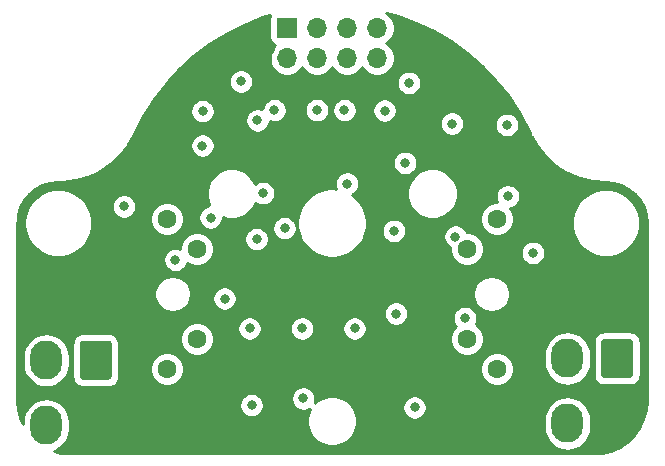
<source format=gbr>
%TF.GenerationSoftware,KiCad,Pcbnew,(5.1.12-1-10_14)*%
%TF.CreationDate,2021-11-28T15:33:12+11:00*%
%TF.ProjectId,dual_needle_gauge,6475616c-5f6e-4656-9564-6c655f676175,rev?*%
%TF.SameCoordinates,Original*%
%TF.FileFunction,Copper,L3,Inr*%
%TF.FilePolarity,Positive*%
%FSLAX46Y46*%
G04 Gerber Fmt 4.6, Leading zero omitted, Abs format (unit mm)*
G04 Created by KiCad (PCBNEW (5.1.12-1-10_14)) date 2021-11-28 15:33:12*
%MOMM*%
%LPD*%
G01*
G04 APERTURE LIST*
%TA.AperFunction,ComponentPad*%
%ADD10C,1.600000*%
%TD*%
%TA.AperFunction,ComponentPad*%
%ADD11O,2.700000X3.300000*%
%TD*%
%TA.AperFunction,ComponentPad*%
%ADD12O,1.700000X1.700000*%
%TD*%
%TA.AperFunction,ComponentPad*%
%ADD13R,1.700000X1.700000*%
%TD*%
%TA.AperFunction,ViaPad*%
%ADD14C,0.800000*%
%TD*%
%TA.AperFunction,Conductor*%
%ADD15C,0.254000*%
%TD*%
%TA.AperFunction,Conductor*%
%ADD16C,0.100000*%
%TD*%
G04 APERTURE END LIST*
D10*
%TO.N,/COIL8*%
%TO.C,M1*%
X193630576Y-128559417D03*
%TO.N,/COIL7*%
X193630576Y-120939417D03*
%TO.N,/COIL6*%
X170770576Y-128559417D03*
%TO.N,/COIL5*%
X170770576Y-120939417D03*
%TO.N,/COIL4*%
X196170576Y-131099417D03*
%TO.N,/COIL3*%
X196170576Y-118399417D03*
%TO.N,/COIL2*%
X168230576Y-131099417D03*
%TO.N,/COIL1*%
X168222000Y-118393000D03*
%TD*%
D11*
%TO.N,/DOUT*%
%TO.C,J3*%
X202122000Y-135710000D03*
%TO.N,/LEDGND*%
X206322000Y-135710000D03*
%TO.N,/LED+5V*%
X202122000Y-130210000D03*
%TA.AperFunction,ComponentPad*%
G36*
G01*
X207672000Y-128810001D02*
X207672000Y-131609999D01*
G75*
G02*
X207421999Y-131860000I-250001J0D01*
G01*
X205222001Y-131860000D01*
G75*
G02*
X204972000Y-131609999I0J250001D01*
G01*
X204972000Y-128810001D01*
G75*
G02*
X205222001Y-128560000I250001J0D01*
G01*
X207421999Y-128560000D01*
G75*
G02*
X207672000Y-128810001I0J-250001D01*
G01*
G37*
%TD.AperFunction*%
%TD*%
%TO.N,/DIN*%
%TO.C,J1*%
X157989000Y-135863000D03*
%TO.N,/LEDGND*%
X162189000Y-135863000D03*
%TO.N,/LED+5V*%
X157989000Y-130363000D03*
%TA.AperFunction,ComponentPad*%
G36*
G01*
X163539000Y-128963001D02*
X163539000Y-131762999D01*
G75*
G02*
X163288999Y-132013000I-250001J0D01*
G01*
X161089001Y-132013000D01*
G75*
G02*
X160839000Y-131762999I0J250001D01*
G01*
X160839000Y-128963001D01*
G75*
G02*
X161089001Y-128713000I250001J0D01*
G01*
X163288999Y-128713000D01*
G75*
G02*
X163539000Y-128963001I0J-250001D01*
G01*
G37*
%TD.AperFunction*%
%TD*%
D12*
%TO.N,/COIL7*%
%TO.C,J2*%
X186002000Y-104773000D03*
%TO.N,/COIL3*%
X186002000Y-102233000D03*
%TO.N,/COIL8*%
X183462000Y-104773000D03*
%TO.N,/COIL4*%
X183462000Y-102233000D03*
%TO.N,/COIL6*%
X180922000Y-104773000D03*
%TO.N,/COIL2*%
X180922000Y-102233000D03*
%TO.N,/COIL5*%
X178382000Y-104773000D03*
D13*
%TO.N,/COIL1*%
X178382000Y-102233000D03*
%TD*%
D14*
%TO.N,/LED+5V*%
X183464500Y-115398900D03*
X178173600Y-119173900D03*
X175811900Y-120099700D03*
X174479400Y-106750800D03*
X173088400Y-125141900D03*
X189182000Y-134353100D03*
X183239400Y-109195500D03*
X179755200Y-133598200D03*
X199191900Y-121272300D03*
X197073800Y-116479600D03*
X187419300Y-119418700D03*
X175384500Y-134170600D03*
X171225800Y-109265400D03*
X188690300Y-106874000D03*
X180905000Y-109195500D03*
X177319400Y-109195500D03*
X171216700Y-112197000D03*
X175871500Y-110045100D03*
X186649200Y-109233300D03*
X197004500Y-110433000D03*
X188390100Y-113644100D03*
X171908800Y-118294100D03*
X164574500Y-117330600D03*
X192635600Y-119896200D03*
X193448600Y-126799000D03*
X187607000Y-126418900D03*
X175211000Y-127661400D03*
X179656000Y-127661400D03*
X184101000Y-127661400D03*
X168934165Y-121858000D03*
X176346260Y-116206257D03*
X192344100Y-110332800D03*
%TO.N,/LEDGND*%
X176939341Y-104113176D03*
X182439341Y-106363176D03*
X176563082Y-112236917D03*
X189189341Y-102613176D03*
%TD*%
D15*
%TO.N,/LEDGND*%
X187736703Y-101209735D02*
X189302983Y-101784441D01*
X190810727Y-102498736D01*
X192247539Y-103346749D01*
X193601574Y-104321490D01*
X194861686Y-105414932D01*
X196017514Y-106618085D01*
X197059543Y-107921046D01*
X197979190Y-109313083D01*
X198774231Y-110792682D01*
X198947451Y-111164047D01*
X198949719Y-111168385D01*
X198950683Y-111170874D01*
X199075461Y-111430583D01*
X199092246Y-111459466D01*
X199107390Y-111489237D01*
X199627460Y-112339179D01*
X199677103Y-112407602D01*
X199688279Y-112423006D01*
X200334906Y-113181127D01*
X200399650Y-113245957D01*
X200408089Y-113254407D01*
X201165351Y-113902040D01*
X201249098Y-113962971D01*
X202098348Y-114484167D01*
X202127643Y-114499118D01*
X202190596Y-114531247D01*
X203110925Y-114913175D01*
X203158218Y-114928576D01*
X203209400Y-114945244D01*
X204178144Y-115178499D01*
X204275842Y-115194039D01*
X204280425Y-115194768D01*
X205267518Y-115273113D01*
X205293517Y-115275674D01*
X205337040Y-115275675D01*
X206042234Y-115344820D01*
X206689498Y-115540240D01*
X207286474Y-115857658D01*
X207810429Y-116284985D01*
X208241404Y-116805944D01*
X208562981Y-117400688D01*
X208762916Y-118046574D01*
X208836840Y-118749907D01*
X208836841Y-133800428D01*
X208764403Y-134612080D01*
X208557168Y-135369605D01*
X208219061Y-136078458D01*
X207760768Y-136716241D01*
X207196785Y-137262777D01*
X206544925Y-137700809D01*
X205825803Y-138016482D01*
X205057072Y-138201037D01*
X204392632Y-138249831D01*
X159996234Y-138249831D01*
X159184593Y-138177394D01*
X158659811Y-138033830D01*
X158752301Y-138005774D01*
X159097143Y-137821453D01*
X159399398Y-137573398D01*
X159647453Y-137271143D01*
X159831774Y-136926302D01*
X159945278Y-136552128D01*
X159974000Y-136260510D01*
X159974000Y-135465491D01*
X159945278Y-135173873D01*
X159831774Y-134799698D01*
X159647453Y-134454857D01*
X159399398Y-134152602D01*
X159297116Y-134068661D01*
X174349500Y-134068661D01*
X174349500Y-134272539D01*
X174389274Y-134472498D01*
X174467295Y-134660856D01*
X174580563Y-134830374D01*
X174724726Y-134974537D01*
X174894244Y-135087805D01*
X175082602Y-135165826D01*
X175282561Y-135205600D01*
X175486439Y-135205600D01*
X175686398Y-135165826D01*
X175874756Y-135087805D01*
X176044274Y-134974537D01*
X176188437Y-134830374D01*
X176301705Y-134660856D01*
X176379726Y-134472498D01*
X176419500Y-134272539D01*
X176419500Y-134068661D01*
X176379726Y-133868702D01*
X176301705Y-133680344D01*
X176188437Y-133510826D01*
X176173872Y-133496261D01*
X178720200Y-133496261D01*
X178720200Y-133700139D01*
X178759974Y-133900098D01*
X178837995Y-134088456D01*
X178951263Y-134257974D01*
X179095426Y-134402137D01*
X179264944Y-134515405D01*
X179453302Y-134593426D01*
X179653261Y-134633200D01*
X179857139Y-134633200D01*
X180057098Y-134593426D01*
X180245456Y-134515405D01*
X180315354Y-134468700D01*
X180299988Y-134491698D01*
X180139047Y-134880244D01*
X180057000Y-135292721D01*
X180057000Y-135713279D01*
X180139047Y-136125756D01*
X180299988Y-136514302D01*
X180533637Y-136863983D01*
X180831017Y-137161363D01*
X181180698Y-137395012D01*
X181569244Y-137555953D01*
X181981721Y-137638000D01*
X182402279Y-137638000D01*
X182814756Y-137555953D01*
X183203302Y-137395012D01*
X183552983Y-137161363D01*
X183850363Y-136863983D01*
X184084012Y-136514302D01*
X184244953Y-136125756D01*
X184327000Y-135713279D01*
X184327000Y-135292721D01*
X184244953Y-134880244D01*
X184084012Y-134491698D01*
X183923291Y-134251161D01*
X188147000Y-134251161D01*
X188147000Y-134455039D01*
X188186774Y-134654998D01*
X188264795Y-134843356D01*
X188378063Y-135012874D01*
X188522226Y-135157037D01*
X188691744Y-135270305D01*
X188880102Y-135348326D01*
X189080061Y-135388100D01*
X189283939Y-135388100D01*
X189483898Y-135348326D01*
X189570413Y-135312490D01*
X200137000Y-135312490D01*
X200137000Y-136107509D01*
X200165722Y-136399127D01*
X200279226Y-136773301D01*
X200463547Y-137118143D01*
X200711602Y-137420398D01*
X201013857Y-137668453D01*
X201358698Y-137852774D01*
X201732872Y-137966278D01*
X202122000Y-138004604D01*
X202511127Y-137966278D01*
X202885301Y-137852774D01*
X203230143Y-137668453D01*
X203532398Y-137420398D01*
X203780453Y-137118143D01*
X203964774Y-136773302D01*
X204078278Y-136399128D01*
X204107000Y-136107510D01*
X204107000Y-135312491D01*
X204078278Y-135020873D01*
X203964774Y-134646698D01*
X203780453Y-134301857D01*
X203532398Y-133999602D01*
X203230143Y-133751547D01*
X202885302Y-133567226D01*
X202511128Y-133453722D01*
X202122000Y-133415396D01*
X201732873Y-133453722D01*
X201358699Y-133567226D01*
X201013858Y-133751547D01*
X200711603Y-133999602D01*
X200463547Y-134301857D01*
X200279226Y-134646698D01*
X200165722Y-135020872D01*
X200137000Y-135312490D01*
X189570413Y-135312490D01*
X189672256Y-135270305D01*
X189841774Y-135157037D01*
X189985937Y-135012874D01*
X190099205Y-134843356D01*
X190177226Y-134654998D01*
X190217000Y-134455039D01*
X190217000Y-134251161D01*
X190177226Y-134051202D01*
X190099205Y-133862844D01*
X189985937Y-133693326D01*
X189841774Y-133549163D01*
X189672256Y-133435895D01*
X189483898Y-133357874D01*
X189283939Y-133318100D01*
X189080061Y-133318100D01*
X188880102Y-133357874D01*
X188691744Y-133435895D01*
X188522226Y-133549163D01*
X188378063Y-133693326D01*
X188264795Y-133862844D01*
X188186774Y-134051202D01*
X188147000Y-134251161D01*
X183923291Y-134251161D01*
X183850363Y-134142017D01*
X183552983Y-133844637D01*
X183203302Y-133610988D01*
X182814756Y-133450047D01*
X182402279Y-133368000D01*
X181981721Y-133368000D01*
X181569244Y-133450047D01*
X181180698Y-133610988D01*
X180831017Y-133844637D01*
X180732656Y-133942998D01*
X180750426Y-133900098D01*
X180790200Y-133700139D01*
X180790200Y-133496261D01*
X180750426Y-133296302D01*
X180672405Y-133107944D01*
X180559137Y-132938426D01*
X180414974Y-132794263D01*
X180245456Y-132680995D01*
X180057098Y-132602974D01*
X179857139Y-132563200D01*
X179653261Y-132563200D01*
X179453302Y-132602974D01*
X179264944Y-132680995D01*
X179095426Y-132794263D01*
X178951263Y-132938426D01*
X178837995Y-133107944D01*
X178759974Y-133296302D01*
X178720200Y-133496261D01*
X176173872Y-133496261D01*
X176044274Y-133366663D01*
X175874756Y-133253395D01*
X175686398Y-133175374D01*
X175486439Y-133135600D01*
X175282561Y-133135600D01*
X175082602Y-133175374D01*
X174894244Y-133253395D01*
X174724726Y-133366663D01*
X174580563Y-133510826D01*
X174467295Y-133680344D01*
X174389274Y-133868702D01*
X174349500Y-134068661D01*
X159297116Y-134068661D01*
X159097143Y-133904547D01*
X158752302Y-133720226D01*
X158378128Y-133606722D01*
X157989000Y-133568396D01*
X157599873Y-133606722D01*
X157225699Y-133720226D01*
X156880858Y-133904547D01*
X156578603Y-134152602D01*
X156330547Y-134454857D01*
X156146226Y-134799698D01*
X156032722Y-135173872D01*
X156004000Y-135465490D01*
X156004000Y-135748645D01*
X155780191Y-135238794D01*
X155595636Y-134470063D01*
X155546842Y-133805623D01*
X155546842Y-129965490D01*
X156004000Y-129965490D01*
X156004000Y-130760509D01*
X156032722Y-131052127D01*
X156146226Y-131426301D01*
X156330547Y-131771143D01*
X156578602Y-132073398D01*
X156880857Y-132321453D01*
X157225698Y-132505774D01*
X157599872Y-132619278D01*
X157989000Y-132657604D01*
X158378127Y-132619278D01*
X158752301Y-132505774D01*
X159097143Y-132321453D01*
X159399398Y-132073398D01*
X159647453Y-131771143D01*
X159831774Y-131426302D01*
X159945278Y-131052128D01*
X159974000Y-130760510D01*
X159974000Y-129965491D01*
X159945278Y-129673873D01*
X159831774Y-129299698D01*
X159651807Y-128963001D01*
X160200928Y-128963001D01*
X160200928Y-131762999D01*
X160217992Y-131936253D01*
X160268529Y-132102850D01*
X160350595Y-132256386D01*
X160461039Y-132390961D01*
X160595614Y-132501405D01*
X160749150Y-132583471D01*
X160915747Y-132634008D01*
X161089001Y-132651072D01*
X163288999Y-132651072D01*
X163462253Y-132634008D01*
X163628850Y-132583471D01*
X163782386Y-132501405D01*
X163916961Y-132390961D01*
X164027405Y-132256386D01*
X164109471Y-132102850D01*
X164160008Y-131936253D01*
X164177072Y-131762999D01*
X164177072Y-130958082D01*
X166795576Y-130958082D01*
X166795576Y-131240752D01*
X166850723Y-131517991D01*
X166958896Y-131779144D01*
X167115939Y-132014176D01*
X167315817Y-132214054D01*
X167550849Y-132371097D01*
X167812002Y-132479270D01*
X168089241Y-132534417D01*
X168371911Y-132534417D01*
X168649150Y-132479270D01*
X168910303Y-132371097D01*
X169145335Y-132214054D01*
X169345213Y-132014176D01*
X169502256Y-131779144D01*
X169610429Y-131517991D01*
X169665576Y-131240752D01*
X169665576Y-130958082D01*
X194735576Y-130958082D01*
X194735576Y-131240752D01*
X194790723Y-131517991D01*
X194898896Y-131779144D01*
X195055939Y-132014176D01*
X195255817Y-132214054D01*
X195490849Y-132371097D01*
X195752002Y-132479270D01*
X196029241Y-132534417D01*
X196311911Y-132534417D01*
X196589150Y-132479270D01*
X196850303Y-132371097D01*
X197085335Y-132214054D01*
X197285213Y-132014176D01*
X197442256Y-131779144D01*
X197550429Y-131517991D01*
X197605576Y-131240752D01*
X197605576Y-130958082D01*
X197550429Y-130680843D01*
X197442256Y-130419690D01*
X197285213Y-130184658D01*
X197085335Y-129984780D01*
X196850303Y-129827737D01*
X196813494Y-129812490D01*
X200137000Y-129812490D01*
X200137000Y-130607509D01*
X200165722Y-130899127D01*
X200279226Y-131273301D01*
X200463547Y-131618143D01*
X200711602Y-131920398D01*
X201013857Y-132168453D01*
X201358698Y-132352774D01*
X201732872Y-132466278D01*
X202122000Y-132504604D01*
X202511127Y-132466278D01*
X202885301Y-132352774D01*
X203230143Y-132168453D01*
X203532398Y-131920398D01*
X203780453Y-131618143D01*
X203964774Y-131273302D01*
X204078278Y-130899128D01*
X204107000Y-130607510D01*
X204107000Y-129812491D01*
X204078278Y-129520873D01*
X203964774Y-129146698D01*
X203784807Y-128810001D01*
X204333928Y-128810001D01*
X204333928Y-131609999D01*
X204350992Y-131783253D01*
X204401529Y-131949850D01*
X204483595Y-132103386D01*
X204594039Y-132237961D01*
X204728614Y-132348405D01*
X204882150Y-132430471D01*
X205048747Y-132481008D01*
X205222001Y-132498072D01*
X207421999Y-132498072D01*
X207595253Y-132481008D01*
X207761850Y-132430471D01*
X207915386Y-132348405D01*
X208049961Y-132237961D01*
X208160405Y-132103386D01*
X208242471Y-131949850D01*
X208293008Y-131783253D01*
X208310072Y-131609999D01*
X208310072Y-128810001D01*
X208293008Y-128636747D01*
X208242471Y-128470150D01*
X208160405Y-128316614D01*
X208049961Y-128182039D01*
X207915386Y-128071595D01*
X207761850Y-127989529D01*
X207595253Y-127938992D01*
X207421999Y-127921928D01*
X205222001Y-127921928D01*
X205048747Y-127938992D01*
X204882150Y-127989529D01*
X204728614Y-128071595D01*
X204594039Y-128182039D01*
X204483595Y-128316614D01*
X204401529Y-128470150D01*
X204350992Y-128636747D01*
X204333928Y-128810001D01*
X203784807Y-128810001D01*
X203780453Y-128801857D01*
X203532398Y-128499602D01*
X203230143Y-128251547D01*
X202885302Y-128067226D01*
X202511128Y-127953722D01*
X202122000Y-127915396D01*
X201732873Y-127953722D01*
X201358699Y-128067226D01*
X201013858Y-128251547D01*
X200711603Y-128499602D01*
X200463547Y-128801857D01*
X200279226Y-129146698D01*
X200165722Y-129520872D01*
X200137000Y-129812490D01*
X196813494Y-129812490D01*
X196589150Y-129719564D01*
X196311911Y-129664417D01*
X196029241Y-129664417D01*
X195752002Y-129719564D01*
X195490849Y-129827737D01*
X195255817Y-129984780D01*
X195055939Y-130184658D01*
X194898896Y-130419690D01*
X194790723Y-130680843D01*
X194735576Y-130958082D01*
X169665576Y-130958082D01*
X169610429Y-130680843D01*
X169502256Y-130419690D01*
X169345213Y-130184658D01*
X169145335Y-129984780D01*
X168910303Y-129827737D01*
X168649150Y-129719564D01*
X168371911Y-129664417D01*
X168089241Y-129664417D01*
X167812002Y-129719564D01*
X167550849Y-129827737D01*
X167315817Y-129984780D01*
X167115939Y-130184658D01*
X166958896Y-130419690D01*
X166850723Y-130680843D01*
X166795576Y-130958082D01*
X164177072Y-130958082D01*
X164177072Y-128963001D01*
X164160008Y-128789747D01*
X164109471Y-128623150D01*
X164027405Y-128469614D01*
X163985114Y-128418082D01*
X169335576Y-128418082D01*
X169335576Y-128700752D01*
X169390723Y-128977991D01*
X169498896Y-129239144D01*
X169655939Y-129474176D01*
X169855817Y-129674054D01*
X170090849Y-129831097D01*
X170352002Y-129939270D01*
X170629241Y-129994417D01*
X170911911Y-129994417D01*
X171189150Y-129939270D01*
X171450303Y-129831097D01*
X171685335Y-129674054D01*
X171885213Y-129474176D01*
X172042256Y-129239144D01*
X172150429Y-128977991D01*
X172205576Y-128700752D01*
X172205576Y-128418082D01*
X172150429Y-128140843D01*
X172042256Y-127879690D01*
X171885213Y-127644658D01*
X171800016Y-127559461D01*
X174176000Y-127559461D01*
X174176000Y-127763339D01*
X174215774Y-127963298D01*
X174293795Y-128151656D01*
X174407063Y-128321174D01*
X174551226Y-128465337D01*
X174720744Y-128578605D01*
X174909102Y-128656626D01*
X175109061Y-128696400D01*
X175312939Y-128696400D01*
X175512898Y-128656626D01*
X175701256Y-128578605D01*
X175870774Y-128465337D01*
X176014937Y-128321174D01*
X176128205Y-128151656D01*
X176206226Y-127963298D01*
X176246000Y-127763339D01*
X176246000Y-127559461D01*
X178621000Y-127559461D01*
X178621000Y-127763339D01*
X178660774Y-127963298D01*
X178738795Y-128151656D01*
X178852063Y-128321174D01*
X178996226Y-128465337D01*
X179165744Y-128578605D01*
X179354102Y-128656626D01*
X179554061Y-128696400D01*
X179757939Y-128696400D01*
X179957898Y-128656626D01*
X180146256Y-128578605D01*
X180315774Y-128465337D01*
X180459937Y-128321174D01*
X180573205Y-128151656D01*
X180651226Y-127963298D01*
X180691000Y-127763339D01*
X180691000Y-127559461D01*
X183066000Y-127559461D01*
X183066000Y-127763339D01*
X183105774Y-127963298D01*
X183183795Y-128151656D01*
X183297063Y-128321174D01*
X183441226Y-128465337D01*
X183610744Y-128578605D01*
X183799102Y-128656626D01*
X183999061Y-128696400D01*
X184202939Y-128696400D01*
X184402898Y-128656626D01*
X184591256Y-128578605D01*
X184760774Y-128465337D01*
X184808029Y-128418082D01*
X192195576Y-128418082D01*
X192195576Y-128700752D01*
X192250723Y-128977991D01*
X192358896Y-129239144D01*
X192515939Y-129474176D01*
X192715817Y-129674054D01*
X192950849Y-129831097D01*
X193212002Y-129939270D01*
X193489241Y-129994417D01*
X193771911Y-129994417D01*
X194049150Y-129939270D01*
X194310303Y-129831097D01*
X194545335Y-129674054D01*
X194745213Y-129474176D01*
X194902256Y-129239144D01*
X195010429Y-128977991D01*
X195065576Y-128700752D01*
X195065576Y-128418082D01*
X195010429Y-128140843D01*
X194902256Y-127879690D01*
X194745213Y-127644658D01*
X194545335Y-127444780D01*
X194349376Y-127313844D01*
X194365805Y-127289256D01*
X194443826Y-127100898D01*
X194483600Y-126900939D01*
X194483600Y-126697061D01*
X194443826Y-126497102D01*
X194365805Y-126308744D01*
X194252537Y-126139226D01*
X194108374Y-125995063D01*
X193938856Y-125881795D01*
X193750498Y-125803774D01*
X193550539Y-125764000D01*
X193346661Y-125764000D01*
X193146702Y-125803774D01*
X192958344Y-125881795D01*
X192788826Y-125995063D01*
X192644663Y-126139226D01*
X192531395Y-126308744D01*
X192453374Y-126497102D01*
X192413600Y-126697061D01*
X192413600Y-126900939D01*
X192453374Y-127100898D01*
X192531395Y-127289256D01*
X192644663Y-127458774D01*
X192673243Y-127487354D01*
X192515939Y-127644658D01*
X192358896Y-127879690D01*
X192250723Y-128140843D01*
X192195576Y-128418082D01*
X184808029Y-128418082D01*
X184904937Y-128321174D01*
X185018205Y-128151656D01*
X185096226Y-127963298D01*
X185136000Y-127763339D01*
X185136000Y-127559461D01*
X185096226Y-127359502D01*
X185018205Y-127171144D01*
X184904937Y-127001626D01*
X184760774Y-126857463D01*
X184591256Y-126744195D01*
X184402898Y-126666174D01*
X184202939Y-126626400D01*
X183999061Y-126626400D01*
X183799102Y-126666174D01*
X183610744Y-126744195D01*
X183441226Y-126857463D01*
X183297063Y-127001626D01*
X183183795Y-127171144D01*
X183105774Y-127359502D01*
X183066000Y-127559461D01*
X180691000Y-127559461D01*
X180651226Y-127359502D01*
X180573205Y-127171144D01*
X180459937Y-127001626D01*
X180315774Y-126857463D01*
X180146256Y-126744195D01*
X179957898Y-126666174D01*
X179757939Y-126626400D01*
X179554061Y-126626400D01*
X179354102Y-126666174D01*
X179165744Y-126744195D01*
X178996226Y-126857463D01*
X178852063Y-127001626D01*
X178738795Y-127171144D01*
X178660774Y-127359502D01*
X178621000Y-127559461D01*
X176246000Y-127559461D01*
X176206226Y-127359502D01*
X176128205Y-127171144D01*
X176014937Y-127001626D01*
X175870774Y-126857463D01*
X175701256Y-126744195D01*
X175512898Y-126666174D01*
X175312939Y-126626400D01*
X175109061Y-126626400D01*
X174909102Y-126666174D01*
X174720744Y-126744195D01*
X174551226Y-126857463D01*
X174407063Y-127001626D01*
X174293795Y-127171144D01*
X174215774Y-127359502D01*
X174176000Y-127559461D01*
X171800016Y-127559461D01*
X171685335Y-127444780D01*
X171450303Y-127287737D01*
X171189150Y-127179564D01*
X170911911Y-127124417D01*
X170629241Y-127124417D01*
X170352002Y-127179564D01*
X170090849Y-127287737D01*
X169855817Y-127444780D01*
X169655939Y-127644658D01*
X169498896Y-127879690D01*
X169390723Y-128140843D01*
X169335576Y-128418082D01*
X163985114Y-128418082D01*
X163916961Y-128335039D01*
X163782386Y-128224595D01*
X163628850Y-128142529D01*
X163462253Y-128091992D01*
X163288999Y-128074928D01*
X161089001Y-128074928D01*
X160915747Y-128091992D01*
X160749150Y-128142529D01*
X160595614Y-128224595D01*
X160461039Y-128335039D01*
X160350595Y-128469614D01*
X160268529Y-128623150D01*
X160217992Y-128789747D01*
X160200928Y-128963001D01*
X159651807Y-128963001D01*
X159647453Y-128954857D01*
X159399398Y-128652602D01*
X159097143Y-128404547D01*
X158752302Y-128220226D01*
X158378128Y-128106722D01*
X157989000Y-128068396D01*
X157599873Y-128106722D01*
X157225699Y-128220226D01*
X156880858Y-128404547D01*
X156578603Y-128652602D01*
X156330547Y-128954857D01*
X156146226Y-129299698D01*
X156032722Y-129673872D01*
X156004000Y-129965490D01*
X155546842Y-129965490D01*
X155546842Y-126316961D01*
X186572000Y-126316961D01*
X186572000Y-126520839D01*
X186611774Y-126720798D01*
X186689795Y-126909156D01*
X186803063Y-127078674D01*
X186947226Y-127222837D01*
X187116744Y-127336105D01*
X187305102Y-127414126D01*
X187505061Y-127453900D01*
X187708939Y-127453900D01*
X187908898Y-127414126D01*
X188097256Y-127336105D01*
X188266774Y-127222837D01*
X188410937Y-127078674D01*
X188524205Y-126909156D01*
X188602226Y-126720798D01*
X188642000Y-126520839D01*
X188642000Y-126316961D01*
X188602226Y-126117002D01*
X188524205Y-125928644D01*
X188410937Y-125759126D01*
X188266774Y-125614963D01*
X188097256Y-125501695D01*
X187908898Y-125423674D01*
X187708939Y-125383900D01*
X187505061Y-125383900D01*
X187305102Y-125423674D01*
X187116744Y-125501695D01*
X186947226Y-125614963D01*
X186803063Y-125759126D01*
X186689795Y-125928644D01*
X186611774Y-126117002D01*
X186572000Y-126316961D01*
X155546842Y-126316961D01*
X155546842Y-124601816D01*
X167157000Y-124601816D01*
X167157000Y-124904184D01*
X167215989Y-125200743D01*
X167331701Y-125480095D01*
X167499688Y-125731505D01*
X167713495Y-125945312D01*
X167964905Y-126113299D01*
X168244257Y-126229011D01*
X168540816Y-126288000D01*
X168843184Y-126288000D01*
X169139743Y-126229011D01*
X169419095Y-126113299D01*
X169670505Y-125945312D01*
X169884312Y-125731505D01*
X170052299Y-125480095D01*
X170168011Y-125200743D01*
X170199992Y-125039961D01*
X172053400Y-125039961D01*
X172053400Y-125243839D01*
X172093174Y-125443798D01*
X172171195Y-125632156D01*
X172284463Y-125801674D01*
X172428626Y-125945837D01*
X172598144Y-126059105D01*
X172786502Y-126137126D01*
X172986461Y-126176900D01*
X173190339Y-126176900D01*
X173390298Y-126137126D01*
X173578656Y-126059105D01*
X173748174Y-125945837D01*
X173892337Y-125801674D01*
X174005605Y-125632156D01*
X174083626Y-125443798D01*
X174123400Y-125243839D01*
X174123400Y-125039961D01*
X174083626Y-124840002D01*
X174005605Y-124651644D01*
X173972312Y-124601816D01*
X194157000Y-124601816D01*
X194157000Y-124904184D01*
X194215989Y-125200743D01*
X194331701Y-125480095D01*
X194499688Y-125731505D01*
X194713495Y-125945312D01*
X194964905Y-126113299D01*
X195244257Y-126229011D01*
X195540816Y-126288000D01*
X195843184Y-126288000D01*
X196139743Y-126229011D01*
X196419095Y-126113299D01*
X196670505Y-125945312D01*
X196884312Y-125731505D01*
X197052299Y-125480095D01*
X197168011Y-125200743D01*
X197227000Y-124904184D01*
X197227000Y-124601816D01*
X197168011Y-124305257D01*
X197052299Y-124025905D01*
X196884312Y-123774495D01*
X196670505Y-123560688D01*
X196419095Y-123392701D01*
X196139743Y-123276989D01*
X195843184Y-123218000D01*
X195540816Y-123218000D01*
X195244257Y-123276989D01*
X194964905Y-123392701D01*
X194713495Y-123560688D01*
X194499688Y-123774495D01*
X194331701Y-124025905D01*
X194215989Y-124305257D01*
X194157000Y-124601816D01*
X173972312Y-124601816D01*
X173892337Y-124482126D01*
X173748174Y-124337963D01*
X173578656Y-124224695D01*
X173390298Y-124146674D01*
X173190339Y-124106900D01*
X172986461Y-124106900D01*
X172786502Y-124146674D01*
X172598144Y-124224695D01*
X172428626Y-124337963D01*
X172284463Y-124482126D01*
X172171195Y-124651644D01*
X172093174Y-124840002D01*
X172053400Y-125039961D01*
X170199992Y-125039961D01*
X170227000Y-124904184D01*
X170227000Y-124601816D01*
X170168011Y-124305257D01*
X170052299Y-124025905D01*
X169884312Y-123774495D01*
X169670505Y-123560688D01*
X169419095Y-123392701D01*
X169139743Y-123276989D01*
X168843184Y-123218000D01*
X168540816Y-123218000D01*
X168244257Y-123276989D01*
X167964905Y-123392701D01*
X167713495Y-123560688D01*
X167499688Y-123774495D01*
X167331701Y-124025905D01*
X167215989Y-124305257D01*
X167157000Y-124601816D01*
X155546842Y-124601816D01*
X155546842Y-121756061D01*
X167899165Y-121756061D01*
X167899165Y-121959939D01*
X167938939Y-122159898D01*
X168016960Y-122348256D01*
X168130228Y-122517774D01*
X168274391Y-122661937D01*
X168443909Y-122775205D01*
X168632267Y-122853226D01*
X168832226Y-122893000D01*
X169036104Y-122893000D01*
X169236063Y-122853226D01*
X169424421Y-122775205D01*
X169593939Y-122661937D01*
X169738102Y-122517774D01*
X169851370Y-122348256D01*
X169929391Y-122159898D01*
X169939343Y-122109864D01*
X170090849Y-122211097D01*
X170352002Y-122319270D01*
X170629241Y-122374417D01*
X170911911Y-122374417D01*
X171189150Y-122319270D01*
X171450303Y-122211097D01*
X171685335Y-122054054D01*
X171885213Y-121854176D01*
X172042256Y-121619144D01*
X172150429Y-121357991D01*
X172205576Y-121080752D01*
X172205576Y-120798082D01*
X172150429Y-120520843D01*
X172042256Y-120259690D01*
X171885213Y-120024658D01*
X171858316Y-119997761D01*
X174776900Y-119997761D01*
X174776900Y-120201639D01*
X174816674Y-120401598D01*
X174894695Y-120589956D01*
X175007963Y-120759474D01*
X175152126Y-120903637D01*
X175321644Y-121016905D01*
X175510002Y-121094926D01*
X175709961Y-121134700D01*
X175913839Y-121134700D01*
X176113798Y-121094926D01*
X176302156Y-121016905D01*
X176471674Y-120903637D01*
X176615837Y-120759474D01*
X176729105Y-120589956D01*
X176807126Y-120401598D01*
X176846900Y-120201639D01*
X176846900Y-119997761D01*
X176807126Y-119797802D01*
X176729105Y-119609444D01*
X176615837Y-119439926D01*
X176471674Y-119295763D01*
X176302156Y-119182495D01*
X176113798Y-119104474D01*
X175950343Y-119071961D01*
X177138600Y-119071961D01*
X177138600Y-119275839D01*
X177178374Y-119475798D01*
X177256395Y-119664156D01*
X177369663Y-119833674D01*
X177513826Y-119977837D01*
X177683344Y-120091105D01*
X177871702Y-120169126D01*
X178071661Y-120208900D01*
X178275539Y-120208900D01*
X178475498Y-120169126D01*
X178663856Y-120091105D01*
X178833374Y-119977837D01*
X178977537Y-119833674D01*
X179090805Y-119664156D01*
X179168826Y-119475798D01*
X179208600Y-119275839D01*
X179208600Y-119071961D01*
X179168826Y-118872002D01*
X179090805Y-118683644D01*
X178977537Y-118514126D01*
X178927339Y-118463928D01*
X179257000Y-118463928D01*
X179257000Y-119042072D01*
X179369791Y-119609108D01*
X179591037Y-120143244D01*
X179912237Y-120623953D01*
X180321047Y-121032763D01*
X180801756Y-121353963D01*
X181335892Y-121575209D01*
X181902928Y-121688000D01*
X182481072Y-121688000D01*
X183048108Y-121575209D01*
X183582244Y-121353963D01*
X184062953Y-121032763D01*
X184471763Y-120623953D01*
X184792963Y-120143244D01*
X185014209Y-119609108D01*
X185072360Y-119316761D01*
X186384300Y-119316761D01*
X186384300Y-119520639D01*
X186424074Y-119720598D01*
X186502095Y-119908956D01*
X186615363Y-120078474D01*
X186759526Y-120222637D01*
X186929044Y-120335905D01*
X187117402Y-120413926D01*
X187317361Y-120453700D01*
X187521239Y-120453700D01*
X187721198Y-120413926D01*
X187909556Y-120335905D01*
X188079074Y-120222637D01*
X188223237Y-120078474D01*
X188336505Y-119908956D01*
X188384013Y-119794261D01*
X191600600Y-119794261D01*
X191600600Y-119998139D01*
X191640374Y-120198098D01*
X191718395Y-120386456D01*
X191831663Y-120555974D01*
X191975826Y-120700137D01*
X192145344Y-120813405D01*
X192195576Y-120834212D01*
X192195576Y-121080752D01*
X192250723Y-121357991D01*
X192358896Y-121619144D01*
X192515939Y-121854176D01*
X192715817Y-122054054D01*
X192950849Y-122211097D01*
X193212002Y-122319270D01*
X193489241Y-122374417D01*
X193771911Y-122374417D01*
X194049150Y-122319270D01*
X194310303Y-122211097D01*
X194545335Y-122054054D01*
X194745213Y-121854176D01*
X194902256Y-121619144D01*
X195010429Y-121357991D01*
X195047751Y-121170361D01*
X198156900Y-121170361D01*
X198156900Y-121374239D01*
X198196674Y-121574198D01*
X198274695Y-121762556D01*
X198387963Y-121932074D01*
X198532126Y-122076237D01*
X198701644Y-122189505D01*
X198890002Y-122267526D01*
X199089961Y-122307300D01*
X199293839Y-122307300D01*
X199493798Y-122267526D01*
X199682156Y-122189505D01*
X199851674Y-122076237D01*
X199995837Y-121932074D01*
X200109105Y-121762556D01*
X200187126Y-121574198D01*
X200226900Y-121374239D01*
X200226900Y-121170361D01*
X200187126Y-120970402D01*
X200109105Y-120782044D01*
X199995837Y-120612526D01*
X199851674Y-120468363D01*
X199682156Y-120355095D01*
X199493798Y-120277074D01*
X199293839Y-120237300D01*
X199089961Y-120237300D01*
X198890002Y-120277074D01*
X198701644Y-120355095D01*
X198532126Y-120468363D01*
X198387963Y-120612526D01*
X198274695Y-120782044D01*
X198196674Y-120970402D01*
X198156900Y-121170361D01*
X195047751Y-121170361D01*
X195065576Y-121080752D01*
X195065576Y-120798082D01*
X195010429Y-120520843D01*
X194902256Y-120259690D01*
X194745213Y-120024658D01*
X194545335Y-119824780D01*
X194310303Y-119667737D01*
X194049150Y-119559564D01*
X193771911Y-119504417D01*
X193593594Y-119504417D01*
X193552805Y-119405944D01*
X193439537Y-119236426D01*
X193295374Y-119092263D01*
X193125856Y-118978995D01*
X192937498Y-118900974D01*
X192737539Y-118861200D01*
X192533661Y-118861200D01*
X192333702Y-118900974D01*
X192145344Y-118978995D01*
X191975826Y-119092263D01*
X191831663Y-119236426D01*
X191718395Y-119405944D01*
X191640374Y-119594302D01*
X191600600Y-119794261D01*
X188384013Y-119794261D01*
X188414526Y-119720598D01*
X188454300Y-119520639D01*
X188454300Y-119316761D01*
X188414526Y-119116802D01*
X188336505Y-118928444D01*
X188223237Y-118758926D01*
X188079074Y-118614763D01*
X187909556Y-118501495D01*
X187721198Y-118423474D01*
X187521239Y-118383700D01*
X187317361Y-118383700D01*
X187117402Y-118423474D01*
X186929044Y-118501495D01*
X186759526Y-118614763D01*
X186615363Y-118758926D01*
X186502095Y-118928444D01*
X186424074Y-119116802D01*
X186384300Y-119316761D01*
X185072360Y-119316761D01*
X185127000Y-119042072D01*
X185127000Y-118463928D01*
X185014209Y-117896892D01*
X184792963Y-117362756D01*
X184471763Y-116882047D01*
X184062953Y-116473237D01*
X183876377Y-116348571D01*
X183954756Y-116316105D01*
X184124274Y-116202837D01*
X184268437Y-116058674D01*
X184272414Y-116052721D01*
X188547000Y-116052721D01*
X188547000Y-116473279D01*
X188629047Y-116885756D01*
X188789988Y-117274302D01*
X189023637Y-117623983D01*
X189321017Y-117921363D01*
X189670698Y-118155012D01*
X190059244Y-118315953D01*
X190471721Y-118398000D01*
X190892279Y-118398000D01*
X191304756Y-118315953D01*
X191444468Y-118258082D01*
X194735576Y-118258082D01*
X194735576Y-118540752D01*
X194790723Y-118817991D01*
X194898896Y-119079144D01*
X195055939Y-119314176D01*
X195255817Y-119514054D01*
X195490849Y-119671097D01*
X195752002Y-119779270D01*
X196029241Y-119834417D01*
X196311911Y-119834417D01*
X196589150Y-119779270D01*
X196850303Y-119671097D01*
X197085335Y-119514054D01*
X197285213Y-119314176D01*
X197442256Y-119079144D01*
X197550429Y-118817991D01*
X197605576Y-118540752D01*
X197605576Y-118458852D01*
X202484000Y-118458852D01*
X202484000Y-119027148D01*
X202594869Y-119584523D01*
X202812346Y-120109560D01*
X203128074Y-120582080D01*
X203529920Y-120983926D01*
X204002440Y-121299654D01*
X204527477Y-121517131D01*
X205084852Y-121628000D01*
X205653148Y-121628000D01*
X206210523Y-121517131D01*
X206735560Y-121299654D01*
X207208080Y-120983926D01*
X207609926Y-120582080D01*
X207925654Y-120109560D01*
X208143131Y-119584523D01*
X208254000Y-119027148D01*
X208254000Y-118458852D01*
X208143131Y-117901477D01*
X207925654Y-117376440D01*
X207609926Y-116903920D01*
X207208080Y-116502074D01*
X206735560Y-116186346D01*
X206210523Y-115968869D01*
X205653148Y-115858000D01*
X205084852Y-115858000D01*
X204527477Y-115968869D01*
X204002440Y-116186346D01*
X203529920Y-116502074D01*
X203128074Y-116903920D01*
X202812346Y-117376440D01*
X202594869Y-117901477D01*
X202484000Y-118458852D01*
X197605576Y-118458852D01*
X197605576Y-118258082D01*
X197550429Y-117980843D01*
X197442256Y-117719690D01*
X197290029Y-117491866D01*
X197375698Y-117474826D01*
X197564056Y-117396805D01*
X197733574Y-117283537D01*
X197877737Y-117139374D01*
X197991005Y-116969856D01*
X198069026Y-116781498D01*
X198108800Y-116581539D01*
X198108800Y-116377661D01*
X198069026Y-116177702D01*
X197991005Y-115989344D01*
X197877737Y-115819826D01*
X197733574Y-115675663D01*
X197564056Y-115562395D01*
X197375698Y-115484374D01*
X197175739Y-115444600D01*
X196971861Y-115444600D01*
X196771902Y-115484374D01*
X196583544Y-115562395D01*
X196414026Y-115675663D01*
X196269863Y-115819826D01*
X196156595Y-115989344D01*
X196078574Y-116177702D01*
X196038800Y-116377661D01*
X196038800Y-116581539D01*
X196078574Y-116781498D01*
X196154342Y-116964417D01*
X196029241Y-116964417D01*
X195752002Y-117019564D01*
X195490849Y-117127737D01*
X195255817Y-117284780D01*
X195055939Y-117484658D01*
X194898896Y-117719690D01*
X194790723Y-117980843D01*
X194735576Y-118258082D01*
X191444468Y-118258082D01*
X191693302Y-118155012D01*
X192042983Y-117921363D01*
X192340363Y-117623983D01*
X192574012Y-117274302D01*
X192734953Y-116885756D01*
X192817000Y-116473279D01*
X192817000Y-116052721D01*
X192734953Y-115640244D01*
X192574012Y-115251698D01*
X192340363Y-114902017D01*
X192042983Y-114604637D01*
X191693302Y-114370988D01*
X191304756Y-114210047D01*
X190892279Y-114128000D01*
X190471721Y-114128000D01*
X190059244Y-114210047D01*
X189670698Y-114370988D01*
X189321017Y-114604637D01*
X189023637Y-114902017D01*
X188789988Y-115251698D01*
X188629047Y-115640244D01*
X188547000Y-116052721D01*
X184272414Y-116052721D01*
X184381705Y-115889156D01*
X184459726Y-115700798D01*
X184499500Y-115500839D01*
X184499500Y-115296961D01*
X184459726Y-115097002D01*
X184381705Y-114908644D01*
X184268437Y-114739126D01*
X184124274Y-114594963D01*
X183954756Y-114481695D01*
X183766398Y-114403674D01*
X183566439Y-114363900D01*
X183362561Y-114363900D01*
X183162602Y-114403674D01*
X182974244Y-114481695D01*
X182804726Y-114594963D01*
X182660563Y-114739126D01*
X182547295Y-114908644D01*
X182469274Y-115097002D01*
X182429500Y-115296961D01*
X182429500Y-115500839D01*
X182469274Y-115700798D01*
X182521121Y-115825966D01*
X182481072Y-115818000D01*
X181902928Y-115818000D01*
X181335892Y-115930791D01*
X180801756Y-116152037D01*
X180321047Y-116473237D01*
X179912237Y-116882047D01*
X179591037Y-117362756D01*
X179369791Y-117896892D01*
X179257000Y-118463928D01*
X178927339Y-118463928D01*
X178833374Y-118369963D01*
X178663856Y-118256695D01*
X178475498Y-118178674D01*
X178275539Y-118138900D01*
X178071661Y-118138900D01*
X177871702Y-118178674D01*
X177683344Y-118256695D01*
X177513826Y-118369963D01*
X177369663Y-118514126D01*
X177256395Y-118683644D01*
X177178374Y-118872002D01*
X177138600Y-119071961D01*
X175950343Y-119071961D01*
X175913839Y-119064700D01*
X175709961Y-119064700D01*
X175510002Y-119104474D01*
X175321644Y-119182495D01*
X175152126Y-119295763D01*
X175007963Y-119439926D01*
X174894695Y-119609444D01*
X174816674Y-119797802D01*
X174776900Y-119997761D01*
X171858316Y-119997761D01*
X171685335Y-119824780D01*
X171450303Y-119667737D01*
X171189150Y-119559564D01*
X170911911Y-119504417D01*
X170629241Y-119504417D01*
X170352002Y-119559564D01*
X170090849Y-119667737D01*
X169855817Y-119824780D01*
X169655939Y-120024658D01*
X169498896Y-120259690D01*
X169390723Y-120520843D01*
X169335576Y-120798082D01*
X169335576Y-120903994D01*
X169236063Y-120862774D01*
X169036104Y-120823000D01*
X168832226Y-120823000D01*
X168632267Y-120862774D01*
X168443909Y-120940795D01*
X168274391Y-121054063D01*
X168130228Y-121198226D01*
X168016960Y-121367744D01*
X167938939Y-121556102D01*
X167899165Y-121756061D01*
X155546842Y-121756061D01*
X155546842Y-118775445D01*
X155577884Y-118458852D01*
X156129000Y-118458852D01*
X156129000Y-119027148D01*
X156239869Y-119584523D01*
X156457346Y-120109560D01*
X156773074Y-120582080D01*
X157174920Y-120983926D01*
X157647440Y-121299654D01*
X158172477Y-121517131D01*
X158729852Y-121628000D01*
X159298148Y-121628000D01*
X159855523Y-121517131D01*
X160380560Y-121299654D01*
X160853080Y-120983926D01*
X161254926Y-120582080D01*
X161570654Y-120109560D01*
X161788131Y-119584523D01*
X161899000Y-119027148D01*
X161899000Y-118458852D01*
X161788131Y-117901477D01*
X161570654Y-117376440D01*
X161471912Y-117228661D01*
X163539500Y-117228661D01*
X163539500Y-117432539D01*
X163579274Y-117632498D01*
X163657295Y-117820856D01*
X163770563Y-117990374D01*
X163914726Y-118134537D01*
X164084244Y-118247805D01*
X164272602Y-118325826D01*
X164472561Y-118365600D01*
X164676439Y-118365600D01*
X164876398Y-118325826D01*
X165055437Y-118251665D01*
X166787000Y-118251665D01*
X166787000Y-118534335D01*
X166842147Y-118811574D01*
X166950320Y-119072727D01*
X167107363Y-119307759D01*
X167307241Y-119507637D01*
X167542273Y-119664680D01*
X167803426Y-119772853D01*
X168080665Y-119828000D01*
X168363335Y-119828000D01*
X168640574Y-119772853D01*
X168901727Y-119664680D01*
X169136759Y-119507637D01*
X169336637Y-119307759D01*
X169493680Y-119072727D01*
X169601853Y-118811574D01*
X169657000Y-118534335D01*
X169657000Y-118251665D01*
X169645164Y-118192161D01*
X170873800Y-118192161D01*
X170873800Y-118396039D01*
X170913574Y-118595998D01*
X170991595Y-118784356D01*
X171104863Y-118953874D01*
X171249026Y-119098037D01*
X171418544Y-119211305D01*
X171606902Y-119289326D01*
X171806861Y-119329100D01*
X172010739Y-119329100D01*
X172210698Y-119289326D01*
X172399056Y-119211305D01*
X172568574Y-119098037D01*
X172712737Y-118953874D01*
X172826005Y-118784356D01*
X172904026Y-118595998D01*
X172943800Y-118396039D01*
X172943800Y-118259850D01*
X173079244Y-118315953D01*
X173491721Y-118398000D01*
X173912279Y-118398000D01*
X174324756Y-118315953D01*
X174713302Y-118155012D01*
X175062983Y-117921363D01*
X175360363Y-117623983D01*
X175594012Y-117274302D01*
X175699741Y-117019050D01*
X175856004Y-117123462D01*
X176044362Y-117201483D01*
X176244321Y-117241257D01*
X176448199Y-117241257D01*
X176648158Y-117201483D01*
X176836516Y-117123462D01*
X177006034Y-117010194D01*
X177150197Y-116866031D01*
X177263465Y-116696513D01*
X177341486Y-116508155D01*
X177381260Y-116308196D01*
X177381260Y-116104318D01*
X177341486Y-115904359D01*
X177263465Y-115716001D01*
X177150197Y-115546483D01*
X177006034Y-115402320D01*
X176836516Y-115289052D01*
X176648158Y-115211031D01*
X176448199Y-115171257D01*
X176244321Y-115171257D01*
X176044362Y-115211031D01*
X175856004Y-115289052D01*
X175686486Y-115402320D01*
X175665213Y-115423593D01*
X175594012Y-115251698D01*
X175360363Y-114902017D01*
X175062983Y-114604637D01*
X174713302Y-114370988D01*
X174324756Y-114210047D01*
X173912279Y-114128000D01*
X173491721Y-114128000D01*
X173079244Y-114210047D01*
X172690698Y-114370988D01*
X172341017Y-114604637D01*
X172043637Y-114902017D01*
X171809988Y-115251698D01*
X171649047Y-115640244D01*
X171567000Y-116052721D01*
X171567000Y-116473279D01*
X171649047Y-116885756D01*
X171803932Y-117259683D01*
X171606902Y-117298874D01*
X171418544Y-117376895D01*
X171249026Y-117490163D01*
X171104863Y-117634326D01*
X170991595Y-117803844D01*
X170913574Y-117992202D01*
X170873800Y-118192161D01*
X169645164Y-118192161D01*
X169601853Y-117974426D01*
X169493680Y-117713273D01*
X169336637Y-117478241D01*
X169136759Y-117278363D01*
X168901727Y-117121320D01*
X168640574Y-117013147D01*
X168363335Y-116958000D01*
X168080665Y-116958000D01*
X167803426Y-117013147D01*
X167542273Y-117121320D01*
X167307241Y-117278363D01*
X167107363Y-117478241D01*
X166950320Y-117713273D01*
X166842147Y-117974426D01*
X166787000Y-118251665D01*
X165055437Y-118251665D01*
X165064756Y-118247805D01*
X165234274Y-118134537D01*
X165378437Y-117990374D01*
X165491705Y-117820856D01*
X165569726Y-117632498D01*
X165609500Y-117432539D01*
X165609500Y-117228661D01*
X165569726Y-117028702D01*
X165491705Y-116840344D01*
X165378437Y-116670826D01*
X165234274Y-116526663D01*
X165064756Y-116413395D01*
X164876398Y-116335374D01*
X164676439Y-116295600D01*
X164472561Y-116295600D01*
X164272602Y-116335374D01*
X164084244Y-116413395D01*
X163914726Y-116526663D01*
X163770563Y-116670826D01*
X163657295Y-116840344D01*
X163579274Y-117028702D01*
X163539500Y-117228661D01*
X161471912Y-117228661D01*
X161254926Y-116903920D01*
X160853080Y-116502074D01*
X160380560Y-116186346D01*
X159855523Y-115968869D01*
X159298148Y-115858000D01*
X158729852Y-115858000D01*
X158172477Y-115968869D01*
X157647440Y-116186346D01*
X157174920Y-116502074D01*
X156773074Y-116903920D01*
X156457346Y-117376440D01*
X156239869Y-117901477D01*
X156129000Y-118458852D01*
X155577884Y-118458852D01*
X155615984Y-118070283D01*
X155811403Y-117423021D01*
X156128824Y-116826040D01*
X156556151Y-116302087D01*
X157077108Y-115871112D01*
X157671854Y-115549535D01*
X158317739Y-115349600D01*
X159021063Y-115275677D01*
X159085937Y-115275677D01*
X159093403Y-115274942D01*
X159356547Y-115268970D01*
X159389780Y-115265594D01*
X159423150Y-115264079D01*
X160411940Y-115140919D01*
X160513391Y-115120094D01*
X161470740Y-114843769D01*
X161507178Y-114830073D01*
X161567683Y-114807331D01*
X162470020Y-114384646D01*
X162560071Y-114333490D01*
X163385176Y-113774852D01*
X163466115Y-113710239D01*
X163645727Y-113542161D01*
X187355100Y-113542161D01*
X187355100Y-113746039D01*
X187394874Y-113945998D01*
X187472895Y-114134356D01*
X187586163Y-114303874D01*
X187730326Y-114448037D01*
X187899844Y-114561305D01*
X188088202Y-114639326D01*
X188288161Y-114679100D01*
X188492039Y-114679100D01*
X188691998Y-114639326D01*
X188880356Y-114561305D01*
X189049874Y-114448037D01*
X189194037Y-114303874D01*
X189307305Y-114134356D01*
X189385326Y-113945998D01*
X189425100Y-113746039D01*
X189425100Y-113542161D01*
X189385326Y-113342202D01*
X189307305Y-113153844D01*
X189194037Y-112984326D01*
X189049874Y-112840163D01*
X188880356Y-112726895D01*
X188691998Y-112648874D01*
X188492039Y-112609100D01*
X188288161Y-112609100D01*
X188088202Y-112648874D01*
X187899844Y-112726895D01*
X187730326Y-112840163D01*
X187586163Y-112984326D01*
X187472895Y-113153844D01*
X187394874Y-113342202D01*
X187355100Y-113542161D01*
X163645727Y-113542161D01*
X164193671Y-113029404D01*
X164263506Y-112952925D01*
X164263507Y-112952923D01*
X164875598Y-112166659D01*
X164913190Y-112109647D01*
X164922808Y-112095061D01*
X170181700Y-112095061D01*
X170181700Y-112298939D01*
X170221474Y-112498898D01*
X170299495Y-112687256D01*
X170412763Y-112856774D01*
X170556926Y-113000937D01*
X170726444Y-113114205D01*
X170914802Y-113192226D01*
X171114761Y-113232000D01*
X171318639Y-113232000D01*
X171518598Y-113192226D01*
X171706956Y-113114205D01*
X171876474Y-113000937D01*
X172020637Y-112856774D01*
X172133905Y-112687256D01*
X172211926Y-112498898D01*
X172251700Y-112298939D01*
X172251700Y-112095061D01*
X172211926Y-111895102D01*
X172133905Y-111706744D01*
X172020637Y-111537226D01*
X171876474Y-111393063D01*
X171706956Y-111279795D01*
X171518598Y-111201774D01*
X171318639Y-111162000D01*
X171114761Y-111162000D01*
X170914802Y-111201774D01*
X170726444Y-111279795D01*
X170556926Y-111393063D01*
X170412763Y-111537226D01*
X170299495Y-111706744D01*
X170221474Y-111895102D01*
X170181700Y-112095061D01*
X164922808Y-112095061D01*
X164932610Y-112080196D01*
X165414167Y-111207856D01*
X165415557Y-111204791D01*
X165424691Y-111188003D01*
X166194391Y-109674071D01*
X166515308Y-109163461D01*
X170190800Y-109163461D01*
X170190800Y-109367339D01*
X170230574Y-109567298D01*
X170308595Y-109755656D01*
X170421863Y-109925174D01*
X170566026Y-110069337D01*
X170735544Y-110182605D01*
X170923902Y-110260626D01*
X171123861Y-110300400D01*
X171327739Y-110300400D01*
X171527698Y-110260626D01*
X171716056Y-110182605D01*
X171885574Y-110069337D01*
X172011750Y-109943161D01*
X174836500Y-109943161D01*
X174836500Y-110147039D01*
X174876274Y-110346998D01*
X174954295Y-110535356D01*
X175067563Y-110704874D01*
X175211726Y-110849037D01*
X175381244Y-110962305D01*
X175569602Y-111040326D01*
X175769561Y-111080100D01*
X175973439Y-111080100D01*
X176173398Y-111040326D01*
X176361756Y-110962305D01*
X176531274Y-110849037D01*
X176675437Y-110704874D01*
X176788705Y-110535356D01*
X176866726Y-110346998D01*
X176906500Y-110147039D01*
X176906500Y-110144747D01*
X177017502Y-110190726D01*
X177217461Y-110230500D01*
X177421339Y-110230500D01*
X177621298Y-110190726D01*
X177809656Y-110112705D01*
X177979174Y-109999437D01*
X178123337Y-109855274D01*
X178236605Y-109685756D01*
X178314626Y-109497398D01*
X178354400Y-109297439D01*
X178354400Y-109093561D01*
X179870000Y-109093561D01*
X179870000Y-109297439D01*
X179909774Y-109497398D01*
X179987795Y-109685756D01*
X180101063Y-109855274D01*
X180245226Y-109999437D01*
X180414744Y-110112705D01*
X180603102Y-110190726D01*
X180803061Y-110230500D01*
X181006939Y-110230500D01*
X181206898Y-110190726D01*
X181395256Y-110112705D01*
X181564774Y-109999437D01*
X181708937Y-109855274D01*
X181822205Y-109685756D01*
X181900226Y-109497398D01*
X181940000Y-109297439D01*
X181940000Y-109093561D01*
X182204400Y-109093561D01*
X182204400Y-109297439D01*
X182244174Y-109497398D01*
X182322195Y-109685756D01*
X182435463Y-109855274D01*
X182579626Y-109999437D01*
X182749144Y-110112705D01*
X182937502Y-110190726D01*
X183137461Y-110230500D01*
X183341339Y-110230500D01*
X183541298Y-110190726D01*
X183729656Y-110112705D01*
X183899174Y-109999437D01*
X184043337Y-109855274D01*
X184156605Y-109685756D01*
X184234626Y-109497398D01*
X184274400Y-109297439D01*
X184274400Y-109131361D01*
X185614200Y-109131361D01*
X185614200Y-109335239D01*
X185653974Y-109535198D01*
X185731995Y-109723556D01*
X185845263Y-109893074D01*
X185989426Y-110037237D01*
X186158944Y-110150505D01*
X186347302Y-110228526D01*
X186547261Y-110268300D01*
X186751139Y-110268300D01*
X186939359Y-110230861D01*
X191309100Y-110230861D01*
X191309100Y-110434739D01*
X191348874Y-110634698D01*
X191426895Y-110823056D01*
X191540163Y-110992574D01*
X191684326Y-111136737D01*
X191853844Y-111250005D01*
X192042202Y-111328026D01*
X192242161Y-111367800D01*
X192446039Y-111367800D01*
X192645998Y-111328026D01*
X192834356Y-111250005D01*
X193003874Y-111136737D01*
X193148037Y-110992574D01*
X193261305Y-110823056D01*
X193339326Y-110634698D01*
X193379100Y-110434739D01*
X193379100Y-110331061D01*
X195969500Y-110331061D01*
X195969500Y-110534939D01*
X196009274Y-110734898D01*
X196087295Y-110923256D01*
X196200563Y-111092774D01*
X196344726Y-111236937D01*
X196514244Y-111350205D01*
X196702602Y-111428226D01*
X196902561Y-111468000D01*
X197106439Y-111468000D01*
X197306398Y-111428226D01*
X197494756Y-111350205D01*
X197664274Y-111236937D01*
X197808437Y-111092774D01*
X197921705Y-110923256D01*
X197999726Y-110734898D01*
X198039500Y-110534939D01*
X198039500Y-110331061D01*
X197999726Y-110131102D01*
X197921705Y-109942744D01*
X197808437Y-109773226D01*
X197664274Y-109629063D01*
X197494756Y-109515795D01*
X197306398Y-109437774D01*
X197106439Y-109398000D01*
X196902561Y-109398000D01*
X196702602Y-109437774D01*
X196514244Y-109515795D01*
X196344726Y-109629063D01*
X196200563Y-109773226D01*
X196087295Y-109942744D01*
X196009274Y-110131102D01*
X195969500Y-110331061D01*
X193379100Y-110331061D01*
X193379100Y-110230861D01*
X193339326Y-110030902D01*
X193261305Y-109842544D01*
X193148037Y-109673026D01*
X193003874Y-109528863D01*
X192834356Y-109415595D01*
X192645998Y-109337574D01*
X192446039Y-109297800D01*
X192242161Y-109297800D01*
X192042202Y-109337574D01*
X191853844Y-109415595D01*
X191684326Y-109528863D01*
X191540163Y-109673026D01*
X191426895Y-109842544D01*
X191348874Y-110030902D01*
X191309100Y-110230861D01*
X186939359Y-110230861D01*
X186951098Y-110228526D01*
X187139456Y-110150505D01*
X187308974Y-110037237D01*
X187453137Y-109893074D01*
X187566405Y-109723556D01*
X187644426Y-109535198D01*
X187684200Y-109335239D01*
X187684200Y-109131361D01*
X187644426Y-108931402D01*
X187566405Y-108743044D01*
X187453137Y-108573526D01*
X187308974Y-108429363D01*
X187139456Y-108316095D01*
X186951098Y-108238074D01*
X186751139Y-108198300D01*
X186547261Y-108198300D01*
X186347302Y-108238074D01*
X186158944Y-108316095D01*
X185989426Y-108429363D01*
X185845263Y-108573526D01*
X185731995Y-108743044D01*
X185653974Y-108931402D01*
X185614200Y-109131361D01*
X184274400Y-109131361D01*
X184274400Y-109093561D01*
X184234626Y-108893602D01*
X184156605Y-108705244D01*
X184043337Y-108535726D01*
X183899174Y-108391563D01*
X183729656Y-108278295D01*
X183541298Y-108200274D01*
X183341339Y-108160500D01*
X183137461Y-108160500D01*
X182937502Y-108200274D01*
X182749144Y-108278295D01*
X182579626Y-108391563D01*
X182435463Y-108535726D01*
X182322195Y-108705244D01*
X182244174Y-108893602D01*
X182204400Y-109093561D01*
X181940000Y-109093561D01*
X181900226Y-108893602D01*
X181822205Y-108705244D01*
X181708937Y-108535726D01*
X181564774Y-108391563D01*
X181395256Y-108278295D01*
X181206898Y-108200274D01*
X181006939Y-108160500D01*
X180803061Y-108160500D01*
X180603102Y-108200274D01*
X180414744Y-108278295D01*
X180245226Y-108391563D01*
X180101063Y-108535726D01*
X179987795Y-108705244D01*
X179909774Y-108893602D01*
X179870000Y-109093561D01*
X178354400Y-109093561D01*
X178314626Y-108893602D01*
X178236605Y-108705244D01*
X178123337Y-108535726D01*
X177979174Y-108391563D01*
X177809656Y-108278295D01*
X177621298Y-108200274D01*
X177421339Y-108160500D01*
X177217461Y-108160500D01*
X177017502Y-108200274D01*
X176829144Y-108278295D01*
X176659626Y-108391563D01*
X176515463Y-108535726D01*
X176402195Y-108705244D01*
X176324174Y-108893602D01*
X176284400Y-109093561D01*
X176284400Y-109095853D01*
X176173398Y-109049874D01*
X175973439Y-109010100D01*
X175769561Y-109010100D01*
X175569602Y-109049874D01*
X175381244Y-109127895D01*
X175211726Y-109241163D01*
X175067563Y-109385326D01*
X174954295Y-109554844D01*
X174876274Y-109743202D01*
X174836500Y-109943161D01*
X172011750Y-109943161D01*
X172029737Y-109925174D01*
X172143005Y-109755656D01*
X172221026Y-109567298D01*
X172260800Y-109367339D01*
X172260800Y-109163461D01*
X172221026Y-108963502D01*
X172143005Y-108775144D01*
X172029737Y-108605626D01*
X171885574Y-108461463D01*
X171716056Y-108348195D01*
X171527698Y-108270174D01*
X171327739Y-108230400D01*
X171123861Y-108230400D01*
X170923902Y-108270174D01*
X170735544Y-108348195D01*
X170566026Y-108461463D01*
X170421863Y-108605626D01*
X170308595Y-108775144D01*
X170230574Y-108963502D01*
X170190800Y-109163461D01*
X166515308Y-109163461D01*
X167082184Y-108261510D01*
X168094353Y-106935217D01*
X168357203Y-106648861D01*
X173444400Y-106648861D01*
X173444400Y-106852739D01*
X173484174Y-107052698D01*
X173562195Y-107241056D01*
X173675463Y-107410574D01*
X173819626Y-107554737D01*
X173989144Y-107668005D01*
X174177502Y-107746026D01*
X174377461Y-107785800D01*
X174581339Y-107785800D01*
X174781298Y-107746026D01*
X174969656Y-107668005D01*
X175139174Y-107554737D01*
X175283337Y-107410574D01*
X175396605Y-107241056D01*
X175474626Y-107052698D01*
X175514400Y-106852739D01*
X175514400Y-106772061D01*
X187655300Y-106772061D01*
X187655300Y-106975939D01*
X187695074Y-107175898D01*
X187773095Y-107364256D01*
X187886363Y-107533774D01*
X188030526Y-107677937D01*
X188200044Y-107791205D01*
X188388402Y-107869226D01*
X188588361Y-107909000D01*
X188792239Y-107909000D01*
X188992198Y-107869226D01*
X189180556Y-107791205D01*
X189350074Y-107677937D01*
X189494237Y-107533774D01*
X189607505Y-107364256D01*
X189685526Y-107175898D01*
X189725300Y-106975939D01*
X189725300Y-106772061D01*
X189685526Y-106572102D01*
X189607505Y-106383744D01*
X189494237Y-106214226D01*
X189350074Y-106070063D01*
X189180556Y-105956795D01*
X188992198Y-105878774D01*
X188792239Y-105839000D01*
X188588361Y-105839000D01*
X188388402Y-105878774D01*
X188200044Y-105956795D01*
X188030526Y-106070063D01*
X187886363Y-106214226D01*
X187773095Y-106383744D01*
X187695074Y-106572102D01*
X187655300Y-106772061D01*
X175514400Y-106772061D01*
X175514400Y-106648861D01*
X175474626Y-106448902D01*
X175396605Y-106260544D01*
X175283337Y-106091026D01*
X175139174Y-105946863D01*
X174969656Y-105833595D01*
X174781298Y-105755574D01*
X174581339Y-105715800D01*
X174377461Y-105715800D01*
X174177502Y-105755574D01*
X173989144Y-105833595D01*
X173819626Y-105946863D01*
X173675463Y-106091026D01*
X173562195Y-106260544D01*
X173484174Y-106448902D01*
X173444400Y-106648861D01*
X168357203Y-106648861D01*
X169222554Y-105706127D01*
X170457511Y-104584343D01*
X171789064Y-103579098D01*
X173206239Y-102698676D01*
X174697365Y-101950323D01*
X176250184Y-101340195D01*
X176942767Y-101138316D01*
X176942498Y-101138820D01*
X176906188Y-101258518D01*
X176893928Y-101383000D01*
X176893928Y-103083000D01*
X176906188Y-103207482D01*
X176942498Y-103327180D01*
X177001463Y-103437494D01*
X177080815Y-103534185D01*
X177177506Y-103613537D01*
X177287820Y-103672502D01*
X177360380Y-103694513D01*
X177228525Y-103826368D01*
X177066010Y-104069589D01*
X176954068Y-104339842D01*
X176897000Y-104626740D01*
X176897000Y-104919260D01*
X176954068Y-105206158D01*
X177066010Y-105476411D01*
X177228525Y-105719632D01*
X177435368Y-105926475D01*
X177678589Y-106088990D01*
X177948842Y-106200932D01*
X178235740Y-106258000D01*
X178528260Y-106258000D01*
X178815158Y-106200932D01*
X179085411Y-106088990D01*
X179328632Y-105926475D01*
X179535475Y-105719632D01*
X179652000Y-105545240D01*
X179768525Y-105719632D01*
X179975368Y-105926475D01*
X180218589Y-106088990D01*
X180488842Y-106200932D01*
X180775740Y-106258000D01*
X181068260Y-106258000D01*
X181355158Y-106200932D01*
X181625411Y-106088990D01*
X181868632Y-105926475D01*
X182075475Y-105719632D01*
X182192000Y-105545240D01*
X182308525Y-105719632D01*
X182515368Y-105926475D01*
X182758589Y-106088990D01*
X183028842Y-106200932D01*
X183315740Y-106258000D01*
X183608260Y-106258000D01*
X183895158Y-106200932D01*
X184165411Y-106088990D01*
X184408632Y-105926475D01*
X184615475Y-105719632D01*
X184732000Y-105545240D01*
X184848525Y-105719632D01*
X185055368Y-105926475D01*
X185298589Y-106088990D01*
X185568842Y-106200932D01*
X185855740Y-106258000D01*
X186148260Y-106258000D01*
X186435158Y-106200932D01*
X186705411Y-106088990D01*
X186948632Y-105926475D01*
X187155475Y-105719632D01*
X187317990Y-105476411D01*
X187429932Y-105206158D01*
X187487000Y-104919260D01*
X187487000Y-104626740D01*
X187429932Y-104339842D01*
X187317990Y-104069589D01*
X187155475Y-103826368D01*
X186948632Y-103619525D01*
X186774240Y-103503000D01*
X186948632Y-103386475D01*
X187155475Y-103179632D01*
X187317990Y-102936411D01*
X187429932Y-102666158D01*
X187487000Y-102379260D01*
X187487000Y-102086740D01*
X187429932Y-101799842D01*
X187317990Y-101529589D01*
X187155475Y-101286368D01*
X186948632Y-101079525D01*
X186748706Y-100945939D01*
X187736703Y-101209735D01*
%TA.AperFunction,Conductor*%
D16*
G36*
X187736703Y-101209735D02*
G01*
X189302983Y-101784441D01*
X190810727Y-102498736D01*
X192247539Y-103346749D01*
X193601574Y-104321490D01*
X194861686Y-105414932D01*
X196017514Y-106618085D01*
X197059543Y-107921046D01*
X197979190Y-109313083D01*
X198774231Y-110792682D01*
X198947451Y-111164047D01*
X198949719Y-111168385D01*
X198950683Y-111170874D01*
X199075461Y-111430583D01*
X199092246Y-111459466D01*
X199107390Y-111489237D01*
X199627460Y-112339179D01*
X199677103Y-112407602D01*
X199688279Y-112423006D01*
X200334906Y-113181127D01*
X200399650Y-113245957D01*
X200408089Y-113254407D01*
X201165351Y-113902040D01*
X201249098Y-113962971D01*
X202098348Y-114484167D01*
X202127643Y-114499118D01*
X202190596Y-114531247D01*
X203110925Y-114913175D01*
X203158218Y-114928576D01*
X203209400Y-114945244D01*
X204178144Y-115178499D01*
X204275842Y-115194039D01*
X204280425Y-115194768D01*
X205267518Y-115273113D01*
X205293517Y-115275674D01*
X205337040Y-115275675D01*
X206042234Y-115344820D01*
X206689498Y-115540240D01*
X207286474Y-115857658D01*
X207810429Y-116284985D01*
X208241404Y-116805944D01*
X208562981Y-117400688D01*
X208762916Y-118046574D01*
X208836840Y-118749907D01*
X208836841Y-133800428D01*
X208764403Y-134612080D01*
X208557168Y-135369605D01*
X208219061Y-136078458D01*
X207760768Y-136716241D01*
X207196785Y-137262777D01*
X206544925Y-137700809D01*
X205825803Y-138016482D01*
X205057072Y-138201037D01*
X204392632Y-138249831D01*
X159996234Y-138249831D01*
X159184593Y-138177394D01*
X158659811Y-138033830D01*
X158752301Y-138005774D01*
X159097143Y-137821453D01*
X159399398Y-137573398D01*
X159647453Y-137271143D01*
X159831774Y-136926302D01*
X159945278Y-136552128D01*
X159974000Y-136260510D01*
X159974000Y-135465491D01*
X159945278Y-135173873D01*
X159831774Y-134799698D01*
X159647453Y-134454857D01*
X159399398Y-134152602D01*
X159297116Y-134068661D01*
X174349500Y-134068661D01*
X174349500Y-134272539D01*
X174389274Y-134472498D01*
X174467295Y-134660856D01*
X174580563Y-134830374D01*
X174724726Y-134974537D01*
X174894244Y-135087805D01*
X175082602Y-135165826D01*
X175282561Y-135205600D01*
X175486439Y-135205600D01*
X175686398Y-135165826D01*
X175874756Y-135087805D01*
X176044274Y-134974537D01*
X176188437Y-134830374D01*
X176301705Y-134660856D01*
X176379726Y-134472498D01*
X176419500Y-134272539D01*
X176419500Y-134068661D01*
X176379726Y-133868702D01*
X176301705Y-133680344D01*
X176188437Y-133510826D01*
X176173872Y-133496261D01*
X178720200Y-133496261D01*
X178720200Y-133700139D01*
X178759974Y-133900098D01*
X178837995Y-134088456D01*
X178951263Y-134257974D01*
X179095426Y-134402137D01*
X179264944Y-134515405D01*
X179453302Y-134593426D01*
X179653261Y-134633200D01*
X179857139Y-134633200D01*
X180057098Y-134593426D01*
X180245456Y-134515405D01*
X180315354Y-134468700D01*
X180299988Y-134491698D01*
X180139047Y-134880244D01*
X180057000Y-135292721D01*
X180057000Y-135713279D01*
X180139047Y-136125756D01*
X180299988Y-136514302D01*
X180533637Y-136863983D01*
X180831017Y-137161363D01*
X181180698Y-137395012D01*
X181569244Y-137555953D01*
X181981721Y-137638000D01*
X182402279Y-137638000D01*
X182814756Y-137555953D01*
X183203302Y-137395012D01*
X183552983Y-137161363D01*
X183850363Y-136863983D01*
X184084012Y-136514302D01*
X184244953Y-136125756D01*
X184327000Y-135713279D01*
X184327000Y-135292721D01*
X184244953Y-134880244D01*
X184084012Y-134491698D01*
X183923291Y-134251161D01*
X188147000Y-134251161D01*
X188147000Y-134455039D01*
X188186774Y-134654998D01*
X188264795Y-134843356D01*
X188378063Y-135012874D01*
X188522226Y-135157037D01*
X188691744Y-135270305D01*
X188880102Y-135348326D01*
X189080061Y-135388100D01*
X189283939Y-135388100D01*
X189483898Y-135348326D01*
X189570413Y-135312490D01*
X200137000Y-135312490D01*
X200137000Y-136107509D01*
X200165722Y-136399127D01*
X200279226Y-136773301D01*
X200463547Y-137118143D01*
X200711602Y-137420398D01*
X201013857Y-137668453D01*
X201358698Y-137852774D01*
X201732872Y-137966278D01*
X202122000Y-138004604D01*
X202511127Y-137966278D01*
X202885301Y-137852774D01*
X203230143Y-137668453D01*
X203532398Y-137420398D01*
X203780453Y-137118143D01*
X203964774Y-136773302D01*
X204078278Y-136399128D01*
X204107000Y-136107510D01*
X204107000Y-135312491D01*
X204078278Y-135020873D01*
X203964774Y-134646698D01*
X203780453Y-134301857D01*
X203532398Y-133999602D01*
X203230143Y-133751547D01*
X202885302Y-133567226D01*
X202511128Y-133453722D01*
X202122000Y-133415396D01*
X201732873Y-133453722D01*
X201358699Y-133567226D01*
X201013858Y-133751547D01*
X200711603Y-133999602D01*
X200463547Y-134301857D01*
X200279226Y-134646698D01*
X200165722Y-135020872D01*
X200137000Y-135312490D01*
X189570413Y-135312490D01*
X189672256Y-135270305D01*
X189841774Y-135157037D01*
X189985937Y-135012874D01*
X190099205Y-134843356D01*
X190177226Y-134654998D01*
X190217000Y-134455039D01*
X190217000Y-134251161D01*
X190177226Y-134051202D01*
X190099205Y-133862844D01*
X189985937Y-133693326D01*
X189841774Y-133549163D01*
X189672256Y-133435895D01*
X189483898Y-133357874D01*
X189283939Y-133318100D01*
X189080061Y-133318100D01*
X188880102Y-133357874D01*
X188691744Y-133435895D01*
X188522226Y-133549163D01*
X188378063Y-133693326D01*
X188264795Y-133862844D01*
X188186774Y-134051202D01*
X188147000Y-134251161D01*
X183923291Y-134251161D01*
X183850363Y-134142017D01*
X183552983Y-133844637D01*
X183203302Y-133610988D01*
X182814756Y-133450047D01*
X182402279Y-133368000D01*
X181981721Y-133368000D01*
X181569244Y-133450047D01*
X181180698Y-133610988D01*
X180831017Y-133844637D01*
X180732656Y-133942998D01*
X180750426Y-133900098D01*
X180790200Y-133700139D01*
X180790200Y-133496261D01*
X180750426Y-133296302D01*
X180672405Y-133107944D01*
X180559137Y-132938426D01*
X180414974Y-132794263D01*
X180245456Y-132680995D01*
X180057098Y-132602974D01*
X179857139Y-132563200D01*
X179653261Y-132563200D01*
X179453302Y-132602974D01*
X179264944Y-132680995D01*
X179095426Y-132794263D01*
X178951263Y-132938426D01*
X178837995Y-133107944D01*
X178759974Y-133296302D01*
X178720200Y-133496261D01*
X176173872Y-133496261D01*
X176044274Y-133366663D01*
X175874756Y-133253395D01*
X175686398Y-133175374D01*
X175486439Y-133135600D01*
X175282561Y-133135600D01*
X175082602Y-133175374D01*
X174894244Y-133253395D01*
X174724726Y-133366663D01*
X174580563Y-133510826D01*
X174467295Y-133680344D01*
X174389274Y-133868702D01*
X174349500Y-134068661D01*
X159297116Y-134068661D01*
X159097143Y-133904547D01*
X158752302Y-133720226D01*
X158378128Y-133606722D01*
X157989000Y-133568396D01*
X157599873Y-133606722D01*
X157225699Y-133720226D01*
X156880858Y-133904547D01*
X156578603Y-134152602D01*
X156330547Y-134454857D01*
X156146226Y-134799698D01*
X156032722Y-135173872D01*
X156004000Y-135465490D01*
X156004000Y-135748645D01*
X155780191Y-135238794D01*
X155595636Y-134470063D01*
X155546842Y-133805623D01*
X155546842Y-129965490D01*
X156004000Y-129965490D01*
X156004000Y-130760509D01*
X156032722Y-131052127D01*
X156146226Y-131426301D01*
X156330547Y-131771143D01*
X156578602Y-132073398D01*
X156880857Y-132321453D01*
X157225698Y-132505774D01*
X157599872Y-132619278D01*
X157989000Y-132657604D01*
X158378127Y-132619278D01*
X158752301Y-132505774D01*
X159097143Y-132321453D01*
X159399398Y-132073398D01*
X159647453Y-131771143D01*
X159831774Y-131426302D01*
X159945278Y-131052128D01*
X159974000Y-130760510D01*
X159974000Y-129965491D01*
X159945278Y-129673873D01*
X159831774Y-129299698D01*
X159651807Y-128963001D01*
X160200928Y-128963001D01*
X160200928Y-131762999D01*
X160217992Y-131936253D01*
X160268529Y-132102850D01*
X160350595Y-132256386D01*
X160461039Y-132390961D01*
X160595614Y-132501405D01*
X160749150Y-132583471D01*
X160915747Y-132634008D01*
X161089001Y-132651072D01*
X163288999Y-132651072D01*
X163462253Y-132634008D01*
X163628850Y-132583471D01*
X163782386Y-132501405D01*
X163916961Y-132390961D01*
X164027405Y-132256386D01*
X164109471Y-132102850D01*
X164160008Y-131936253D01*
X164177072Y-131762999D01*
X164177072Y-130958082D01*
X166795576Y-130958082D01*
X166795576Y-131240752D01*
X166850723Y-131517991D01*
X166958896Y-131779144D01*
X167115939Y-132014176D01*
X167315817Y-132214054D01*
X167550849Y-132371097D01*
X167812002Y-132479270D01*
X168089241Y-132534417D01*
X168371911Y-132534417D01*
X168649150Y-132479270D01*
X168910303Y-132371097D01*
X169145335Y-132214054D01*
X169345213Y-132014176D01*
X169502256Y-131779144D01*
X169610429Y-131517991D01*
X169665576Y-131240752D01*
X169665576Y-130958082D01*
X194735576Y-130958082D01*
X194735576Y-131240752D01*
X194790723Y-131517991D01*
X194898896Y-131779144D01*
X195055939Y-132014176D01*
X195255817Y-132214054D01*
X195490849Y-132371097D01*
X195752002Y-132479270D01*
X196029241Y-132534417D01*
X196311911Y-132534417D01*
X196589150Y-132479270D01*
X196850303Y-132371097D01*
X197085335Y-132214054D01*
X197285213Y-132014176D01*
X197442256Y-131779144D01*
X197550429Y-131517991D01*
X197605576Y-131240752D01*
X197605576Y-130958082D01*
X197550429Y-130680843D01*
X197442256Y-130419690D01*
X197285213Y-130184658D01*
X197085335Y-129984780D01*
X196850303Y-129827737D01*
X196813494Y-129812490D01*
X200137000Y-129812490D01*
X200137000Y-130607509D01*
X200165722Y-130899127D01*
X200279226Y-131273301D01*
X200463547Y-131618143D01*
X200711602Y-131920398D01*
X201013857Y-132168453D01*
X201358698Y-132352774D01*
X201732872Y-132466278D01*
X202122000Y-132504604D01*
X202511127Y-132466278D01*
X202885301Y-132352774D01*
X203230143Y-132168453D01*
X203532398Y-131920398D01*
X203780453Y-131618143D01*
X203964774Y-131273302D01*
X204078278Y-130899128D01*
X204107000Y-130607510D01*
X204107000Y-129812491D01*
X204078278Y-129520873D01*
X203964774Y-129146698D01*
X203784807Y-128810001D01*
X204333928Y-128810001D01*
X204333928Y-131609999D01*
X204350992Y-131783253D01*
X204401529Y-131949850D01*
X204483595Y-132103386D01*
X204594039Y-132237961D01*
X204728614Y-132348405D01*
X204882150Y-132430471D01*
X205048747Y-132481008D01*
X205222001Y-132498072D01*
X207421999Y-132498072D01*
X207595253Y-132481008D01*
X207761850Y-132430471D01*
X207915386Y-132348405D01*
X208049961Y-132237961D01*
X208160405Y-132103386D01*
X208242471Y-131949850D01*
X208293008Y-131783253D01*
X208310072Y-131609999D01*
X208310072Y-128810001D01*
X208293008Y-128636747D01*
X208242471Y-128470150D01*
X208160405Y-128316614D01*
X208049961Y-128182039D01*
X207915386Y-128071595D01*
X207761850Y-127989529D01*
X207595253Y-127938992D01*
X207421999Y-127921928D01*
X205222001Y-127921928D01*
X205048747Y-127938992D01*
X204882150Y-127989529D01*
X204728614Y-128071595D01*
X204594039Y-128182039D01*
X204483595Y-128316614D01*
X204401529Y-128470150D01*
X204350992Y-128636747D01*
X204333928Y-128810001D01*
X203784807Y-128810001D01*
X203780453Y-128801857D01*
X203532398Y-128499602D01*
X203230143Y-128251547D01*
X202885302Y-128067226D01*
X202511128Y-127953722D01*
X202122000Y-127915396D01*
X201732873Y-127953722D01*
X201358699Y-128067226D01*
X201013858Y-128251547D01*
X200711603Y-128499602D01*
X200463547Y-128801857D01*
X200279226Y-129146698D01*
X200165722Y-129520872D01*
X200137000Y-129812490D01*
X196813494Y-129812490D01*
X196589150Y-129719564D01*
X196311911Y-129664417D01*
X196029241Y-129664417D01*
X195752002Y-129719564D01*
X195490849Y-129827737D01*
X195255817Y-129984780D01*
X195055939Y-130184658D01*
X194898896Y-130419690D01*
X194790723Y-130680843D01*
X194735576Y-130958082D01*
X169665576Y-130958082D01*
X169610429Y-130680843D01*
X169502256Y-130419690D01*
X169345213Y-130184658D01*
X169145335Y-129984780D01*
X168910303Y-129827737D01*
X168649150Y-129719564D01*
X168371911Y-129664417D01*
X168089241Y-129664417D01*
X167812002Y-129719564D01*
X167550849Y-129827737D01*
X167315817Y-129984780D01*
X167115939Y-130184658D01*
X166958896Y-130419690D01*
X166850723Y-130680843D01*
X166795576Y-130958082D01*
X164177072Y-130958082D01*
X164177072Y-128963001D01*
X164160008Y-128789747D01*
X164109471Y-128623150D01*
X164027405Y-128469614D01*
X163985114Y-128418082D01*
X169335576Y-128418082D01*
X169335576Y-128700752D01*
X169390723Y-128977991D01*
X169498896Y-129239144D01*
X169655939Y-129474176D01*
X169855817Y-129674054D01*
X170090849Y-129831097D01*
X170352002Y-129939270D01*
X170629241Y-129994417D01*
X170911911Y-129994417D01*
X171189150Y-129939270D01*
X171450303Y-129831097D01*
X171685335Y-129674054D01*
X171885213Y-129474176D01*
X172042256Y-129239144D01*
X172150429Y-128977991D01*
X172205576Y-128700752D01*
X172205576Y-128418082D01*
X172150429Y-128140843D01*
X172042256Y-127879690D01*
X171885213Y-127644658D01*
X171800016Y-127559461D01*
X174176000Y-127559461D01*
X174176000Y-127763339D01*
X174215774Y-127963298D01*
X174293795Y-128151656D01*
X174407063Y-128321174D01*
X174551226Y-128465337D01*
X174720744Y-128578605D01*
X174909102Y-128656626D01*
X175109061Y-128696400D01*
X175312939Y-128696400D01*
X175512898Y-128656626D01*
X175701256Y-128578605D01*
X175870774Y-128465337D01*
X176014937Y-128321174D01*
X176128205Y-128151656D01*
X176206226Y-127963298D01*
X176246000Y-127763339D01*
X176246000Y-127559461D01*
X178621000Y-127559461D01*
X178621000Y-127763339D01*
X178660774Y-127963298D01*
X178738795Y-128151656D01*
X178852063Y-128321174D01*
X178996226Y-128465337D01*
X179165744Y-128578605D01*
X179354102Y-128656626D01*
X179554061Y-128696400D01*
X179757939Y-128696400D01*
X179957898Y-128656626D01*
X180146256Y-128578605D01*
X180315774Y-128465337D01*
X180459937Y-128321174D01*
X180573205Y-128151656D01*
X180651226Y-127963298D01*
X180691000Y-127763339D01*
X180691000Y-127559461D01*
X183066000Y-127559461D01*
X183066000Y-127763339D01*
X183105774Y-127963298D01*
X183183795Y-128151656D01*
X183297063Y-128321174D01*
X183441226Y-128465337D01*
X183610744Y-128578605D01*
X183799102Y-128656626D01*
X183999061Y-128696400D01*
X184202939Y-128696400D01*
X184402898Y-128656626D01*
X184591256Y-128578605D01*
X184760774Y-128465337D01*
X184808029Y-128418082D01*
X192195576Y-128418082D01*
X192195576Y-128700752D01*
X192250723Y-128977991D01*
X192358896Y-129239144D01*
X192515939Y-129474176D01*
X192715817Y-129674054D01*
X192950849Y-129831097D01*
X193212002Y-129939270D01*
X193489241Y-129994417D01*
X193771911Y-129994417D01*
X194049150Y-129939270D01*
X194310303Y-129831097D01*
X194545335Y-129674054D01*
X194745213Y-129474176D01*
X194902256Y-129239144D01*
X195010429Y-128977991D01*
X195065576Y-128700752D01*
X195065576Y-128418082D01*
X195010429Y-128140843D01*
X194902256Y-127879690D01*
X194745213Y-127644658D01*
X194545335Y-127444780D01*
X194349376Y-127313844D01*
X194365805Y-127289256D01*
X194443826Y-127100898D01*
X194483600Y-126900939D01*
X194483600Y-126697061D01*
X194443826Y-126497102D01*
X194365805Y-126308744D01*
X194252537Y-126139226D01*
X194108374Y-125995063D01*
X193938856Y-125881795D01*
X193750498Y-125803774D01*
X193550539Y-125764000D01*
X193346661Y-125764000D01*
X193146702Y-125803774D01*
X192958344Y-125881795D01*
X192788826Y-125995063D01*
X192644663Y-126139226D01*
X192531395Y-126308744D01*
X192453374Y-126497102D01*
X192413600Y-126697061D01*
X192413600Y-126900939D01*
X192453374Y-127100898D01*
X192531395Y-127289256D01*
X192644663Y-127458774D01*
X192673243Y-127487354D01*
X192515939Y-127644658D01*
X192358896Y-127879690D01*
X192250723Y-128140843D01*
X192195576Y-128418082D01*
X184808029Y-128418082D01*
X184904937Y-128321174D01*
X185018205Y-128151656D01*
X185096226Y-127963298D01*
X185136000Y-127763339D01*
X185136000Y-127559461D01*
X185096226Y-127359502D01*
X185018205Y-127171144D01*
X184904937Y-127001626D01*
X184760774Y-126857463D01*
X184591256Y-126744195D01*
X184402898Y-126666174D01*
X184202939Y-126626400D01*
X183999061Y-126626400D01*
X183799102Y-126666174D01*
X183610744Y-126744195D01*
X183441226Y-126857463D01*
X183297063Y-127001626D01*
X183183795Y-127171144D01*
X183105774Y-127359502D01*
X183066000Y-127559461D01*
X180691000Y-127559461D01*
X180651226Y-127359502D01*
X180573205Y-127171144D01*
X180459937Y-127001626D01*
X180315774Y-126857463D01*
X180146256Y-126744195D01*
X179957898Y-126666174D01*
X179757939Y-126626400D01*
X179554061Y-126626400D01*
X179354102Y-126666174D01*
X179165744Y-126744195D01*
X178996226Y-126857463D01*
X178852063Y-127001626D01*
X178738795Y-127171144D01*
X178660774Y-127359502D01*
X178621000Y-127559461D01*
X176246000Y-127559461D01*
X176206226Y-127359502D01*
X176128205Y-127171144D01*
X176014937Y-127001626D01*
X175870774Y-126857463D01*
X175701256Y-126744195D01*
X175512898Y-126666174D01*
X175312939Y-126626400D01*
X175109061Y-126626400D01*
X174909102Y-126666174D01*
X174720744Y-126744195D01*
X174551226Y-126857463D01*
X174407063Y-127001626D01*
X174293795Y-127171144D01*
X174215774Y-127359502D01*
X174176000Y-127559461D01*
X171800016Y-127559461D01*
X171685335Y-127444780D01*
X171450303Y-127287737D01*
X171189150Y-127179564D01*
X170911911Y-127124417D01*
X170629241Y-127124417D01*
X170352002Y-127179564D01*
X170090849Y-127287737D01*
X169855817Y-127444780D01*
X169655939Y-127644658D01*
X169498896Y-127879690D01*
X169390723Y-128140843D01*
X169335576Y-128418082D01*
X163985114Y-128418082D01*
X163916961Y-128335039D01*
X163782386Y-128224595D01*
X163628850Y-128142529D01*
X163462253Y-128091992D01*
X163288999Y-128074928D01*
X161089001Y-128074928D01*
X160915747Y-128091992D01*
X160749150Y-128142529D01*
X160595614Y-128224595D01*
X160461039Y-128335039D01*
X160350595Y-128469614D01*
X160268529Y-128623150D01*
X160217992Y-128789747D01*
X160200928Y-128963001D01*
X159651807Y-128963001D01*
X159647453Y-128954857D01*
X159399398Y-128652602D01*
X159097143Y-128404547D01*
X158752302Y-128220226D01*
X158378128Y-128106722D01*
X157989000Y-128068396D01*
X157599873Y-128106722D01*
X157225699Y-128220226D01*
X156880858Y-128404547D01*
X156578603Y-128652602D01*
X156330547Y-128954857D01*
X156146226Y-129299698D01*
X156032722Y-129673872D01*
X156004000Y-129965490D01*
X155546842Y-129965490D01*
X155546842Y-126316961D01*
X186572000Y-126316961D01*
X186572000Y-126520839D01*
X186611774Y-126720798D01*
X186689795Y-126909156D01*
X186803063Y-127078674D01*
X186947226Y-127222837D01*
X187116744Y-127336105D01*
X187305102Y-127414126D01*
X187505061Y-127453900D01*
X187708939Y-127453900D01*
X187908898Y-127414126D01*
X188097256Y-127336105D01*
X188266774Y-127222837D01*
X188410937Y-127078674D01*
X188524205Y-126909156D01*
X188602226Y-126720798D01*
X188642000Y-126520839D01*
X188642000Y-126316961D01*
X188602226Y-126117002D01*
X188524205Y-125928644D01*
X188410937Y-125759126D01*
X188266774Y-125614963D01*
X188097256Y-125501695D01*
X187908898Y-125423674D01*
X187708939Y-125383900D01*
X187505061Y-125383900D01*
X187305102Y-125423674D01*
X187116744Y-125501695D01*
X186947226Y-125614963D01*
X186803063Y-125759126D01*
X186689795Y-125928644D01*
X186611774Y-126117002D01*
X186572000Y-126316961D01*
X155546842Y-126316961D01*
X155546842Y-124601816D01*
X167157000Y-124601816D01*
X167157000Y-124904184D01*
X167215989Y-125200743D01*
X167331701Y-125480095D01*
X167499688Y-125731505D01*
X167713495Y-125945312D01*
X167964905Y-126113299D01*
X168244257Y-126229011D01*
X168540816Y-126288000D01*
X168843184Y-126288000D01*
X169139743Y-126229011D01*
X169419095Y-126113299D01*
X169670505Y-125945312D01*
X169884312Y-125731505D01*
X170052299Y-125480095D01*
X170168011Y-125200743D01*
X170199992Y-125039961D01*
X172053400Y-125039961D01*
X172053400Y-125243839D01*
X172093174Y-125443798D01*
X172171195Y-125632156D01*
X172284463Y-125801674D01*
X172428626Y-125945837D01*
X172598144Y-126059105D01*
X172786502Y-126137126D01*
X172986461Y-126176900D01*
X173190339Y-126176900D01*
X173390298Y-126137126D01*
X173578656Y-126059105D01*
X173748174Y-125945837D01*
X173892337Y-125801674D01*
X174005605Y-125632156D01*
X174083626Y-125443798D01*
X174123400Y-125243839D01*
X174123400Y-125039961D01*
X174083626Y-124840002D01*
X174005605Y-124651644D01*
X173972312Y-124601816D01*
X194157000Y-124601816D01*
X194157000Y-124904184D01*
X194215989Y-125200743D01*
X194331701Y-125480095D01*
X194499688Y-125731505D01*
X194713495Y-125945312D01*
X194964905Y-126113299D01*
X195244257Y-126229011D01*
X195540816Y-126288000D01*
X195843184Y-126288000D01*
X196139743Y-126229011D01*
X196419095Y-126113299D01*
X196670505Y-125945312D01*
X196884312Y-125731505D01*
X197052299Y-125480095D01*
X197168011Y-125200743D01*
X197227000Y-124904184D01*
X197227000Y-124601816D01*
X197168011Y-124305257D01*
X197052299Y-124025905D01*
X196884312Y-123774495D01*
X196670505Y-123560688D01*
X196419095Y-123392701D01*
X196139743Y-123276989D01*
X195843184Y-123218000D01*
X195540816Y-123218000D01*
X195244257Y-123276989D01*
X194964905Y-123392701D01*
X194713495Y-123560688D01*
X194499688Y-123774495D01*
X194331701Y-124025905D01*
X194215989Y-124305257D01*
X194157000Y-124601816D01*
X173972312Y-124601816D01*
X173892337Y-124482126D01*
X173748174Y-124337963D01*
X173578656Y-124224695D01*
X173390298Y-124146674D01*
X173190339Y-124106900D01*
X172986461Y-124106900D01*
X172786502Y-124146674D01*
X172598144Y-124224695D01*
X172428626Y-124337963D01*
X172284463Y-124482126D01*
X172171195Y-124651644D01*
X172093174Y-124840002D01*
X172053400Y-125039961D01*
X170199992Y-125039961D01*
X170227000Y-124904184D01*
X170227000Y-124601816D01*
X170168011Y-124305257D01*
X170052299Y-124025905D01*
X169884312Y-123774495D01*
X169670505Y-123560688D01*
X169419095Y-123392701D01*
X169139743Y-123276989D01*
X168843184Y-123218000D01*
X168540816Y-123218000D01*
X168244257Y-123276989D01*
X167964905Y-123392701D01*
X167713495Y-123560688D01*
X167499688Y-123774495D01*
X167331701Y-124025905D01*
X167215989Y-124305257D01*
X167157000Y-124601816D01*
X155546842Y-124601816D01*
X155546842Y-121756061D01*
X167899165Y-121756061D01*
X167899165Y-121959939D01*
X167938939Y-122159898D01*
X168016960Y-122348256D01*
X168130228Y-122517774D01*
X168274391Y-122661937D01*
X168443909Y-122775205D01*
X168632267Y-122853226D01*
X168832226Y-122893000D01*
X169036104Y-122893000D01*
X169236063Y-122853226D01*
X169424421Y-122775205D01*
X169593939Y-122661937D01*
X169738102Y-122517774D01*
X169851370Y-122348256D01*
X169929391Y-122159898D01*
X169939343Y-122109864D01*
X170090849Y-122211097D01*
X170352002Y-122319270D01*
X170629241Y-122374417D01*
X170911911Y-122374417D01*
X171189150Y-122319270D01*
X171450303Y-122211097D01*
X171685335Y-122054054D01*
X171885213Y-121854176D01*
X172042256Y-121619144D01*
X172150429Y-121357991D01*
X172205576Y-121080752D01*
X172205576Y-120798082D01*
X172150429Y-120520843D01*
X172042256Y-120259690D01*
X171885213Y-120024658D01*
X171858316Y-119997761D01*
X174776900Y-119997761D01*
X174776900Y-120201639D01*
X174816674Y-120401598D01*
X174894695Y-120589956D01*
X175007963Y-120759474D01*
X175152126Y-120903637D01*
X175321644Y-121016905D01*
X175510002Y-121094926D01*
X175709961Y-121134700D01*
X175913839Y-121134700D01*
X176113798Y-121094926D01*
X176302156Y-121016905D01*
X176471674Y-120903637D01*
X176615837Y-120759474D01*
X176729105Y-120589956D01*
X176807126Y-120401598D01*
X176846900Y-120201639D01*
X176846900Y-119997761D01*
X176807126Y-119797802D01*
X176729105Y-119609444D01*
X176615837Y-119439926D01*
X176471674Y-119295763D01*
X176302156Y-119182495D01*
X176113798Y-119104474D01*
X175950343Y-119071961D01*
X177138600Y-119071961D01*
X177138600Y-119275839D01*
X177178374Y-119475798D01*
X177256395Y-119664156D01*
X177369663Y-119833674D01*
X177513826Y-119977837D01*
X177683344Y-120091105D01*
X177871702Y-120169126D01*
X178071661Y-120208900D01*
X178275539Y-120208900D01*
X178475498Y-120169126D01*
X178663856Y-120091105D01*
X178833374Y-119977837D01*
X178977537Y-119833674D01*
X179090805Y-119664156D01*
X179168826Y-119475798D01*
X179208600Y-119275839D01*
X179208600Y-119071961D01*
X179168826Y-118872002D01*
X179090805Y-118683644D01*
X178977537Y-118514126D01*
X178927339Y-118463928D01*
X179257000Y-118463928D01*
X179257000Y-119042072D01*
X179369791Y-119609108D01*
X179591037Y-120143244D01*
X179912237Y-120623953D01*
X180321047Y-121032763D01*
X180801756Y-121353963D01*
X181335892Y-121575209D01*
X181902928Y-121688000D01*
X182481072Y-121688000D01*
X183048108Y-121575209D01*
X183582244Y-121353963D01*
X184062953Y-121032763D01*
X184471763Y-120623953D01*
X184792963Y-120143244D01*
X185014209Y-119609108D01*
X185072360Y-119316761D01*
X186384300Y-119316761D01*
X186384300Y-119520639D01*
X186424074Y-119720598D01*
X186502095Y-119908956D01*
X186615363Y-120078474D01*
X186759526Y-120222637D01*
X186929044Y-120335905D01*
X187117402Y-120413926D01*
X187317361Y-120453700D01*
X187521239Y-120453700D01*
X187721198Y-120413926D01*
X187909556Y-120335905D01*
X188079074Y-120222637D01*
X188223237Y-120078474D01*
X188336505Y-119908956D01*
X188384013Y-119794261D01*
X191600600Y-119794261D01*
X191600600Y-119998139D01*
X191640374Y-120198098D01*
X191718395Y-120386456D01*
X191831663Y-120555974D01*
X191975826Y-120700137D01*
X192145344Y-120813405D01*
X192195576Y-120834212D01*
X192195576Y-121080752D01*
X192250723Y-121357991D01*
X192358896Y-121619144D01*
X192515939Y-121854176D01*
X192715817Y-122054054D01*
X192950849Y-122211097D01*
X193212002Y-122319270D01*
X193489241Y-122374417D01*
X193771911Y-122374417D01*
X194049150Y-122319270D01*
X194310303Y-122211097D01*
X194545335Y-122054054D01*
X194745213Y-121854176D01*
X194902256Y-121619144D01*
X195010429Y-121357991D01*
X195047751Y-121170361D01*
X198156900Y-121170361D01*
X198156900Y-121374239D01*
X198196674Y-121574198D01*
X198274695Y-121762556D01*
X198387963Y-121932074D01*
X198532126Y-122076237D01*
X198701644Y-122189505D01*
X198890002Y-122267526D01*
X199089961Y-122307300D01*
X199293839Y-122307300D01*
X199493798Y-122267526D01*
X199682156Y-122189505D01*
X199851674Y-122076237D01*
X199995837Y-121932074D01*
X200109105Y-121762556D01*
X200187126Y-121574198D01*
X200226900Y-121374239D01*
X200226900Y-121170361D01*
X200187126Y-120970402D01*
X200109105Y-120782044D01*
X199995837Y-120612526D01*
X199851674Y-120468363D01*
X199682156Y-120355095D01*
X199493798Y-120277074D01*
X199293839Y-120237300D01*
X199089961Y-120237300D01*
X198890002Y-120277074D01*
X198701644Y-120355095D01*
X198532126Y-120468363D01*
X198387963Y-120612526D01*
X198274695Y-120782044D01*
X198196674Y-120970402D01*
X198156900Y-121170361D01*
X195047751Y-121170361D01*
X195065576Y-121080752D01*
X195065576Y-120798082D01*
X195010429Y-120520843D01*
X194902256Y-120259690D01*
X194745213Y-120024658D01*
X194545335Y-119824780D01*
X194310303Y-119667737D01*
X194049150Y-119559564D01*
X193771911Y-119504417D01*
X193593594Y-119504417D01*
X193552805Y-119405944D01*
X193439537Y-119236426D01*
X193295374Y-119092263D01*
X193125856Y-118978995D01*
X192937498Y-118900974D01*
X192737539Y-118861200D01*
X192533661Y-118861200D01*
X192333702Y-118900974D01*
X192145344Y-118978995D01*
X191975826Y-119092263D01*
X191831663Y-119236426D01*
X191718395Y-119405944D01*
X191640374Y-119594302D01*
X191600600Y-119794261D01*
X188384013Y-119794261D01*
X188414526Y-119720598D01*
X188454300Y-119520639D01*
X188454300Y-119316761D01*
X188414526Y-119116802D01*
X188336505Y-118928444D01*
X188223237Y-118758926D01*
X188079074Y-118614763D01*
X187909556Y-118501495D01*
X187721198Y-118423474D01*
X187521239Y-118383700D01*
X187317361Y-118383700D01*
X187117402Y-118423474D01*
X186929044Y-118501495D01*
X186759526Y-118614763D01*
X186615363Y-118758926D01*
X186502095Y-118928444D01*
X186424074Y-119116802D01*
X186384300Y-119316761D01*
X185072360Y-119316761D01*
X185127000Y-119042072D01*
X185127000Y-118463928D01*
X185014209Y-117896892D01*
X184792963Y-117362756D01*
X184471763Y-116882047D01*
X184062953Y-116473237D01*
X183876377Y-116348571D01*
X183954756Y-116316105D01*
X184124274Y-116202837D01*
X184268437Y-116058674D01*
X184272414Y-116052721D01*
X188547000Y-116052721D01*
X188547000Y-116473279D01*
X188629047Y-116885756D01*
X188789988Y-117274302D01*
X189023637Y-117623983D01*
X189321017Y-117921363D01*
X189670698Y-118155012D01*
X190059244Y-118315953D01*
X190471721Y-118398000D01*
X190892279Y-118398000D01*
X191304756Y-118315953D01*
X191444468Y-118258082D01*
X194735576Y-118258082D01*
X194735576Y-118540752D01*
X194790723Y-118817991D01*
X194898896Y-119079144D01*
X195055939Y-119314176D01*
X195255817Y-119514054D01*
X195490849Y-119671097D01*
X195752002Y-119779270D01*
X196029241Y-119834417D01*
X196311911Y-119834417D01*
X196589150Y-119779270D01*
X196850303Y-119671097D01*
X197085335Y-119514054D01*
X197285213Y-119314176D01*
X197442256Y-119079144D01*
X197550429Y-118817991D01*
X197605576Y-118540752D01*
X197605576Y-118458852D01*
X202484000Y-118458852D01*
X202484000Y-119027148D01*
X202594869Y-119584523D01*
X202812346Y-120109560D01*
X203128074Y-120582080D01*
X203529920Y-120983926D01*
X204002440Y-121299654D01*
X204527477Y-121517131D01*
X205084852Y-121628000D01*
X205653148Y-121628000D01*
X206210523Y-121517131D01*
X206735560Y-121299654D01*
X207208080Y-120983926D01*
X207609926Y-120582080D01*
X207925654Y-120109560D01*
X208143131Y-119584523D01*
X208254000Y-119027148D01*
X208254000Y-118458852D01*
X208143131Y-117901477D01*
X207925654Y-117376440D01*
X207609926Y-116903920D01*
X207208080Y-116502074D01*
X206735560Y-116186346D01*
X206210523Y-115968869D01*
X205653148Y-115858000D01*
X205084852Y-115858000D01*
X204527477Y-115968869D01*
X204002440Y-116186346D01*
X203529920Y-116502074D01*
X203128074Y-116903920D01*
X202812346Y-117376440D01*
X202594869Y-117901477D01*
X202484000Y-118458852D01*
X197605576Y-118458852D01*
X197605576Y-118258082D01*
X197550429Y-117980843D01*
X197442256Y-117719690D01*
X197290029Y-117491866D01*
X197375698Y-117474826D01*
X197564056Y-117396805D01*
X197733574Y-117283537D01*
X197877737Y-117139374D01*
X197991005Y-116969856D01*
X198069026Y-116781498D01*
X198108800Y-116581539D01*
X198108800Y-116377661D01*
X198069026Y-116177702D01*
X197991005Y-115989344D01*
X197877737Y-115819826D01*
X197733574Y-115675663D01*
X197564056Y-115562395D01*
X197375698Y-115484374D01*
X197175739Y-115444600D01*
X196971861Y-115444600D01*
X196771902Y-115484374D01*
X196583544Y-115562395D01*
X196414026Y-115675663D01*
X196269863Y-115819826D01*
X196156595Y-115989344D01*
X196078574Y-116177702D01*
X196038800Y-116377661D01*
X196038800Y-116581539D01*
X196078574Y-116781498D01*
X196154342Y-116964417D01*
X196029241Y-116964417D01*
X195752002Y-117019564D01*
X195490849Y-117127737D01*
X195255817Y-117284780D01*
X195055939Y-117484658D01*
X194898896Y-117719690D01*
X194790723Y-117980843D01*
X194735576Y-118258082D01*
X191444468Y-118258082D01*
X191693302Y-118155012D01*
X192042983Y-117921363D01*
X192340363Y-117623983D01*
X192574012Y-117274302D01*
X192734953Y-116885756D01*
X192817000Y-116473279D01*
X192817000Y-116052721D01*
X192734953Y-115640244D01*
X192574012Y-115251698D01*
X192340363Y-114902017D01*
X192042983Y-114604637D01*
X191693302Y-114370988D01*
X191304756Y-114210047D01*
X190892279Y-114128000D01*
X190471721Y-114128000D01*
X190059244Y-114210047D01*
X189670698Y-114370988D01*
X189321017Y-114604637D01*
X189023637Y-114902017D01*
X188789988Y-115251698D01*
X188629047Y-115640244D01*
X188547000Y-116052721D01*
X184272414Y-116052721D01*
X184381705Y-115889156D01*
X184459726Y-115700798D01*
X184499500Y-115500839D01*
X184499500Y-115296961D01*
X184459726Y-115097002D01*
X184381705Y-114908644D01*
X184268437Y-114739126D01*
X184124274Y-114594963D01*
X183954756Y-114481695D01*
X183766398Y-114403674D01*
X183566439Y-114363900D01*
X183362561Y-114363900D01*
X183162602Y-114403674D01*
X182974244Y-114481695D01*
X182804726Y-114594963D01*
X182660563Y-114739126D01*
X182547295Y-114908644D01*
X182469274Y-115097002D01*
X182429500Y-115296961D01*
X182429500Y-115500839D01*
X182469274Y-115700798D01*
X182521121Y-115825966D01*
X182481072Y-115818000D01*
X181902928Y-115818000D01*
X181335892Y-115930791D01*
X180801756Y-116152037D01*
X180321047Y-116473237D01*
X179912237Y-116882047D01*
X179591037Y-117362756D01*
X179369791Y-117896892D01*
X179257000Y-118463928D01*
X178927339Y-118463928D01*
X178833374Y-118369963D01*
X178663856Y-118256695D01*
X178475498Y-118178674D01*
X178275539Y-118138900D01*
X178071661Y-118138900D01*
X177871702Y-118178674D01*
X177683344Y-118256695D01*
X177513826Y-118369963D01*
X177369663Y-118514126D01*
X177256395Y-118683644D01*
X177178374Y-118872002D01*
X177138600Y-119071961D01*
X175950343Y-119071961D01*
X175913839Y-119064700D01*
X175709961Y-119064700D01*
X175510002Y-119104474D01*
X175321644Y-119182495D01*
X175152126Y-119295763D01*
X175007963Y-119439926D01*
X174894695Y-119609444D01*
X174816674Y-119797802D01*
X174776900Y-119997761D01*
X171858316Y-119997761D01*
X171685335Y-119824780D01*
X171450303Y-119667737D01*
X171189150Y-119559564D01*
X170911911Y-119504417D01*
X170629241Y-119504417D01*
X170352002Y-119559564D01*
X170090849Y-119667737D01*
X169855817Y-119824780D01*
X169655939Y-120024658D01*
X169498896Y-120259690D01*
X169390723Y-120520843D01*
X169335576Y-120798082D01*
X169335576Y-120903994D01*
X169236063Y-120862774D01*
X169036104Y-120823000D01*
X168832226Y-120823000D01*
X168632267Y-120862774D01*
X168443909Y-120940795D01*
X168274391Y-121054063D01*
X168130228Y-121198226D01*
X168016960Y-121367744D01*
X167938939Y-121556102D01*
X167899165Y-121756061D01*
X155546842Y-121756061D01*
X155546842Y-118775445D01*
X155577884Y-118458852D01*
X156129000Y-118458852D01*
X156129000Y-119027148D01*
X156239869Y-119584523D01*
X156457346Y-120109560D01*
X156773074Y-120582080D01*
X157174920Y-120983926D01*
X157647440Y-121299654D01*
X158172477Y-121517131D01*
X158729852Y-121628000D01*
X159298148Y-121628000D01*
X159855523Y-121517131D01*
X160380560Y-121299654D01*
X160853080Y-120983926D01*
X161254926Y-120582080D01*
X161570654Y-120109560D01*
X161788131Y-119584523D01*
X161899000Y-119027148D01*
X161899000Y-118458852D01*
X161788131Y-117901477D01*
X161570654Y-117376440D01*
X161471912Y-117228661D01*
X163539500Y-117228661D01*
X163539500Y-117432539D01*
X163579274Y-117632498D01*
X163657295Y-117820856D01*
X163770563Y-117990374D01*
X163914726Y-118134537D01*
X164084244Y-118247805D01*
X164272602Y-118325826D01*
X164472561Y-118365600D01*
X164676439Y-118365600D01*
X164876398Y-118325826D01*
X165055437Y-118251665D01*
X166787000Y-118251665D01*
X166787000Y-118534335D01*
X166842147Y-118811574D01*
X166950320Y-119072727D01*
X167107363Y-119307759D01*
X167307241Y-119507637D01*
X167542273Y-119664680D01*
X167803426Y-119772853D01*
X168080665Y-119828000D01*
X168363335Y-119828000D01*
X168640574Y-119772853D01*
X168901727Y-119664680D01*
X169136759Y-119507637D01*
X169336637Y-119307759D01*
X169493680Y-119072727D01*
X169601853Y-118811574D01*
X169657000Y-118534335D01*
X169657000Y-118251665D01*
X169645164Y-118192161D01*
X170873800Y-118192161D01*
X170873800Y-118396039D01*
X170913574Y-118595998D01*
X170991595Y-118784356D01*
X171104863Y-118953874D01*
X171249026Y-119098037D01*
X171418544Y-119211305D01*
X171606902Y-119289326D01*
X171806861Y-119329100D01*
X172010739Y-119329100D01*
X172210698Y-119289326D01*
X172399056Y-119211305D01*
X172568574Y-119098037D01*
X172712737Y-118953874D01*
X172826005Y-118784356D01*
X172904026Y-118595998D01*
X172943800Y-118396039D01*
X172943800Y-118259850D01*
X173079244Y-118315953D01*
X173491721Y-118398000D01*
X173912279Y-118398000D01*
X174324756Y-118315953D01*
X174713302Y-118155012D01*
X175062983Y-117921363D01*
X175360363Y-117623983D01*
X175594012Y-117274302D01*
X175699741Y-117019050D01*
X175856004Y-117123462D01*
X176044362Y-117201483D01*
X176244321Y-117241257D01*
X176448199Y-117241257D01*
X176648158Y-117201483D01*
X176836516Y-117123462D01*
X177006034Y-117010194D01*
X177150197Y-116866031D01*
X177263465Y-116696513D01*
X177341486Y-116508155D01*
X177381260Y-116308196D01*
X177381260Y-116104318D01*
X177341486Y-115904359D01*
X177263465Y-115716001D01*
X177150197Y-115546483D01*
X177006034Y-115402320D01*
X176836516Y-115289052D01*
X176648158Y-115211031D01*
X176448199Y-115171257D01*
X176244321Y-115171257D01*
X176044362Y-115211031D01*
X175856004Y-115289052D01*
X175686486Y-115402320D01*
X175665213Y-115423593D01*
X175594012Y-115251698D01*
X175360363Y-114902017D01*
X175062983Y-114604637D01*
X174713302Y-114370988D01*
X174324756Y-114210047D01*
X173912279Y-114128000D01*
X173491721Y-114128000D01*
X173079244Y-114210047D01*
X172690698Y-114370988D01*
X172341017Y-114604637D01*
X172043637Y-114902017D01*
X171809988Y-115251698D01*
X171649047Y-115640244D01*
X171567000Y-116052721D01*
X171567000Y-116473279D01*
X171649047Y-116885756D01*
X171803932Y-117259683D01*
X171606902Y-117298874D01*
X171418544Y-117376895D01*
X171249026Y-117490163D01*
X171104863Y-117634326D01*
X170991595Y-117803844D01*
X170913574Y-117992202D01*
X170873800Y-118192161D01*
X169645164Y-118192161D01*
X169601853Y-117974426D01*
X169493680Y-117713273D01*
X169336637Y-117478241D01*
X169136759Y-117278363D01*
X168901727Y-117121320D01*
X168640574Y-117013147D01*
X168363335Y-116958000D01*
X168080665Y-116958000D01*
X167803426Y-117013147D01*
X167542273Y-117121320D01*
X167307241Y-117278363D01*
X167107363Y-117478241D01*
X166950320Y-117713273D01*
X166842147Y-117974426D01*
X166787000Y-118251665D01*
X165055437Y-118251665D01*
X165064756Y-118247805D01*
X165234274Y-118134537D01*
X165378437Y-117990374D01*
X165491705Y-117820856D01*
X165569726Y-117632498D01*
X165609500Y-117432539D01*
X165609500Y-117228661D01*
X165569726Y-117028702D01*
X165491705Y-116840344D01*
X165378437Y-116670826D01*
X165234274Y-116526663D01*
X165064756Y-116413395D01*
X164876398Y-116335374D01*
X164676439Y-116295600D01*
X164472561Y-116295600D01*
X164272602Y-116335374D01*
X164084244Y-116413395D01*
X163914726Y-116526663D01*
X163770563Y-116670826D01*
X163657295Y-116840344D01*
X163579274Y-117028702D01*
X163539500Y-117228661D01*
X161471912Y-117228661D01*
X161254926Y-116903920D01*
X160853080Y-116502074D01*
X160380560Y-116186346D01*
X159855523Y-115968869D01*
X159298148Y-115858000D01*
X158729852Y-115858000D01*
X158172477Y-115968869D01*
X157647440Y-116186346D01*
X157174920Y-116502074D01*
X156773074Y-116903920D01*
X156457346Y-117376440D01*
X156239869Y-117901477D01*
X156129000Y-118458852D01*
X155577884Y-118458852D01*
X155615984Y-118070283D01*
X155811403Y-117423021D01*
X156128824Y-116826040D01*
X156556151Y-116302087D01*
X157077108Y-115871112D01*
X157671854Y-115549535D01*
X158317739Y-115349600D01*
X159021063Y-115275677D01*
X159085937Y-115275677D01*
X159093403Y-115274942D01*
X159356547Y-115268970D01*
X159389780Y-115265594D01*
X159423150Y-115264079D01*
X160411940Y-115140919D01*
X160513391Y-115120094D01*
X161470740Y-114843769D01*
X161507178Y-114830073D01*
X161567683Y-114807331D01*
X162470020Y-114384646D01*
X162560071Y-114333490D01*
X163385176Y-113774852D01*
X163466115Y-113710239D01*
X163645727Y-113542161D01*
X187355100Y-113542161D01*
X187355100Y-113746039D01*
X187394874Y-113945998D01*
X187472895Y-114134356D01*
X187586163Y-114303874D01*
X187730326Y-114448037D01*
X187899844Y-114561305D01*
X188088202Y-114639326D01*
X188288161Y-114679100D01*
X188492039Y-114679100D01*
X188691998Y-114639326D01*
X188880356Y-114561305D01*
X189049874Y-114448037D01*
X189194037Y-114303874D01*
X189307305Y-114134356D01*
X189385326Y-113945998D01*
X189425100Y-113746039D01*
X189425100Y-113542161D01*
X189385326Y-113342202D01*
X189307305Y-113153844D01*
X189194037Y-112984326D01*
X189049874Y-112840163D01*
X188880356Y-112726895D01*
X188691998Y-112648874D01*
X188492039Y-112609100D01*
X188288161Y-112609100D01*
X188088202Y-112648874D01*
X187899844Y-112726895D01*
X187730326Y-112840163D01*
X187586163Y-112984326D01*
X187472895Y-113153844D01*
X187394874Y-113342202D01*
X187355100Y-113542161D01*
X163645727Y-113542161D01*
X164193671Y-113029404D01*
X164263506Y-112952925D01*
X164263507Y-112952923D01*
X164875598Y-112166659D01*
X164913190Y-112109647D01*
X164922808Y-112095061D01*
X170181700Y-112095061D01*
X170181700Y-112298939D01*
X170221474Y-112498898D01*
X170299495Y-112687256D01*
X170412763Y-112856774D01*
X170556926Y-113000937D01*
X170726444Y-113114205D01*
X170914802Y-113192226D01*
X171114761Y-113232000D01*
X171318639Y-113232000D01*
X171518598Y-113192226D01*
X171706956Y-113114205D01*
X171876474Y-113000937D01*
X172020637Y-112856774D01*
X172133905Y-112687256D01*
X172211926Y-112498898D01*
X172251700Y-112298939D01*
X172251700Y-112095061D01*
X172211926Y-111895102D01*
X172133905Y-111706744D01*
X172020637Y-111537226D01*
X171876474Y-111393063D01*
X171706956Y-111279795D01*
X171518598Y-111201774D01*
X171318639Y-111162000D01*
X171114761Y-111162000D01*
X170914802Y-111201774D01*
X170726444Y-111279795D01*
X170556926Y-111393063D01*
X170412763Y-111537226D01*
X170299495Y-111706744D01*
X170221474Y-111895102D01*
X170181700Y-112095061D01*
X164922808Y-112095061D01*
X164932610Y-112080196D01*
X165414167Y-111207856D01*
X165415557Y-111204791D01*
X165424691Y-111188003D01*
X166194391Y-109674071D01*
X166515308Y-109163461D01*
X170190800Y-109163461D01*
X170190800Y-109367339D01*
X170230574Y-109567298D01*
X170308595Y-109755656D01*
X170421863Y-109925174D01*
X170566026Y-110069337D01*
X170735544Y-110182605D01*
X170923902Y-110260626D01*
X171123861Y-110300400D01*
X171327739Y-110300400D01*
X171527698Y-110260626D01*
X171716056Y-110182605D01*
X171885574Y-110069337D01*
X172011750Y-109943161D01*
X174836500Y-109943161D01*
X174836500Y-110147039D01*
X174876274Y-110346998D01*
X174954295Y-110535356D01*
X175067563Y-110704874D01*
X175211726Y-110849037D01*
X175381244Y-110962305D01*
X175569602Y-111040326D01*
X175769561Y-111080100D01*
X175973439Y-111080100D01*
X176173398Y-111040326D01*
X176361756Y-110962305D01*
X176531274Y-110849037D01*
X176675437Y-110704874D01*
X176788705Y-110535356D01*
X176866726Y-110346998D01*
X176906500Y-110147039D01*
X176906500Y-110144747D01*
X177017502Y-110190726D01*
X177217461Y-110230500D01*
X177421339Y-110230500D01*
X177621298Y-110190726D01*
X177809656Y-110112705D01*
X177979174Y-109999437D01*
X178123337Y-109855274D01*
X178236605Y-109685756D01*
X178314626Y-109497398D01*
X178354400Y-109297439D01*
X178354400Y-109093561D01*
X179870000Y-109093561D01*
X179870000Y-109297439D01*
X179909774Y-109497398D01*
X179987795Y-109685756D01*
X180101063Y-109855274D01*
X180245226Y-109999437D01*
X180414744Y-110112705D01*
X180603102Y-110190726D01*
X180803061Y-110230500D01*
X181006939Y-110230500D01*
X181206898Y-110190726D01*
X181395256Y-110112705D01*
X181564774Y-109999437D01*
X181708937Y-109855274D01*
X181822205Y-109685756D01*
X181900226Y-109497398D01*
X181940000Y-109297439D01*
X181940000Y-109093561D01*
X182204400Y-109093561D01*
X182204400Y-109297439D01*
X182244174Y-109497398D01*
X182322195Y-109685756D01*
X182435463Y-109855274D01*
X182579626Y-109999437D01*
X182749144Y-110112705D01*
X182937502Y-110190726D01*
X183137461Y-110230500D01*
X183341339Y-110230500D01*
X183541298Y-110190726D01*
X183729656Y-110112705D01*
X183899174Y-109999437D01*
X184043337Y-109855274D01*
X184156605Y-109685756D01*
X184234626Y-109497398D01*
X184274400Y-109297439D01*
X184274400Y-109131361D01*
X185614200Y-109131361D01*
X185614200Y-109335239D01*
X185653974Y-109535198D01*
X185731995Y-109723556D01*
X185845263Y-109893074D01*
X185989426Y-110037237D01*
X186158944Y-110150505D01*
X186347302Y-110228526D01*
X186547261Y-110268300D01*
X186751139Y-110268300D01*
X186939359Y-110230861D01*
X191309100Y-110230861D01*
X191309100Y-110434739D01*
X191348874Y-110634698D01*
X191426895Y-110823056D01*
X191540163Y-110992574D01*
X191684326Y-111136737D01*
X191853844Y-111250005D01*
X192042202Y-111328026D01*
X192242161Y-111367800D01*
X192446039Y-111367800D01*
X192645998Y-111328026D01*
X192834356Y-111250005D01*
X193003874Y-111136737D01*
X193148037Y-110992574D01*
X193261305Y-110823056D01*
X193339326Y-110634698D01*
X193379100Y-110434739D01*
X193379100Y-110331061D01*
X195969500Y-110331061D01*
X195969500Y-110534939D01*
X196009274Y-110734898D01*
X196087295Y-110923256D01*
X196200563Y-111092774D01*
X196344726Y-111236937D01*
X196514244Y-111350205D01*
X196702602Y-111428226D01*
X196902561Y-111468000D01*
X197106439Y-111468000D01*
X197306398Y-111428226D01*
X197494756Y-111350205D01*
X197664274Y-111236937D01*
X197808437Y-111092774D01*
X197921705Y-110923256D01*
X197999726Y-110734898D01*
X198039500Y-110534939D01*
X198039500Y-110331061D01*
X197999726Y-110131102D01*
X197921705Y-109942744D01*
X197808437Y-109773226D01*
X197664274Y-109629063D01*
X197494756Y-109515795D01*
X197306398Y-109437774D01*
X197106439Y-109398000D01*
X196902561Y-109398000D01*
X196702602Y-109437774D01*
X196514244Y-109515795D01*
X196344726Y-109629063D01*
X196200563Y-109773226D01*
X196087295Y-109942744D01*
X196009274Y-110131102D01*
X195969500Y-110331061D01*
X193379100Y-110331061D01*
X193379100Y-110230861D01*
X193339326Y-110030902D01*
X193261305Y-109842544D01*
X193148037Y-109673026D01*
X193003874Y-109528863D01*
X192834356Y-109415595D01*
X192645998Y-109337574D01*
X192446039Y-109297800D01*
X192242161Y-109297800D01*
X192042202Y-109337574D01*
X191853844Y-109415595D01*
X191684326Y-109528863D01*
X191540163Y-109673026D01*
X191426895Y-109842544D01*
X191348874Y-110030902D01*
X191309100Y-110230861D01*
X186939359Y-110230861D01*
X186951098Y-110228526D01*
X187139456Y-110150505D01*
X187308974Y-110037237D01*
X187453137Y-109893074D01*
X187566405Y-109723556D01*
X187644426Y-109535198D01*
X187684200Y-109335239D01*
X187684200Y-109131361D01*
X187644426Y-108931402D01*
X187566405Y-108743044D01*
X187453137Y-108573526D01*
X187308974Y-108429363D01*
X187139456Y-108316095D01*
X186951098Y-108238074D01*
X186751139Y-108198300D01*
X186547261Y-108198300D01*
X186347302Y-108238074D01*
X186158944Y-108316095D01*
X185989426Y-108429363D01*
X185845263Y-108573526D01*
X185731995Y-108743044D01*
X185653974Y-108931402D01*
X185614200Y-109131361D01*
X184274400Y-109131361D01*
X184274400Y-109093561D01*
X184234626Y-108893602D01*
X184156605Y-108705244D01*
X184043337Y-108535726D01*
X183899174Y-108391563D01*
X183729656Y-108278295D01*
X183541298Y-108200274D01*
X183341339Y-108160500D01*
X183137461Y-108160500D01*
X182937502Y-108200274D01*
X182749144Y-108278295D01*
X182579626Y-108391563D01*
X182435463Y-108535726D01*
X182322195Y-108705244D01*
X182244174Y-108893602D01*
X182204400Y-109093561D01*
X181940000Y-109093561D01*
X181900226Y-108893602D01*
X181822205Y-108705244D01*
X181708937Y-108535726D01*
X181564774Y-108391563D01*
X181395256Y-108278295D01*
X181206898Y-108200274D01*
X181006939Y-108160500D01*
X180803061Y-108160500D01*
X180603102Y-108200274D01*
X180414744Y-108278295D01*
X180245226Y-108391563D01*
X180101063Y-108535726D01*
X179987795Y-108705244D01*
X179909774Y-108893602D01*
X179870000Y-109093561D01*
X178354400Y-109093561D01*
X178314626Y-108893602D01*
X178236605Y-108705244D01*
X178123337Y-108535726D01*
X177979174Y-108391563D01*
X177809656Y-108278295D01*
X177621298Y-108200274D01*
X177421339Y-108160500D01*
X177217461Y-108160500D01*
X177017502Y-108200274D01*
X176829144Y-108278295D01*
X176659626Y-108391563D01*
X176515463Y-108535726D01*
X176402195Y-108705244D01*
X176324174Y-108893602D01*
X176284400Y-109093561D01*
X176284400Y-109095853D01*
X176173398Y-109049874D01*
X175973439Y-109010100D01*
X175769561Y-109010100D01*
X175569602Y-109049874D01*
X175381244Y-109127895D01*
X175211726Y-109241163D01*
X175067563Y-109385326D01*
X174954295Y-109554844D01*
X174876274Y-109743202D01*
X174836500Y-109943161D01*
X172011750Y-109943161D01*
X172029737Y-109925174D01*
X172143005Y-109755656D01*
X172221026Y-109567298D01*
X172260800Y-109367339D01*
X172260800Y-109163461D01*
X172221026Y-108963502D01*
X172143005Y-108775144D01*
X172029737Y-108605626D01*
X171885574Y-108461463D01*
X171716056Y-108348195D01*
X171527698Y-108270174D01*
X171327739Y-108230400D01*
X171123861Y-108230400D01*
X170923902Y-108270174D01*
X170735544Y-108348195D01*
X170566026Y-108461463D01*
X170421863Y-108605626D01*
X170308595Y-108775144D01*
X170230574Y-108963502D01*
X170190800Y-109163461D01*
X166515308Y-109163461D01*
X167082184Y-108261510D01*
X168094353Y-106935217D01*
X168357203Y-106648861D01*
X173444400Y-106648861D01*
X173444400Y-106852739D01*
X173484174Y-107052698D01*
X173562195Y-107241056D01*
X173675463Y-107410574D01*
X173819626Y-107554737D01*
X173989144Y-107668005D01*
X174177502Y-107746026D01*
X174377461Y-107785800D01*
X174581339Y-107785800D01*
X174781298Y-107746026D01*
X174969656Y-107668005D01*
X175139174Y-107554737D01*
X175283337Y-107410574D01*
X175396605Y-107241056D01*
X175474626Y-107052698D01*
X175514400Y-106852739D01*
X175514400Y-106772061D01*
X187655300Y-106772061D01*
X187655300Y-106975939D01*
X187695074Y-107175898D01*
X187773095Y-107364256D01*
X187886363Y-107533774D01*
X188030526Y-107677937D01*
X188200044Y-107791205D01*
X188388402Y-107869226D01*
X188588361Y-107909000D01*
X188792239Y-107909000D01*
X188992198Y-107869226D01*
X189180556Y-107791205D01*
X189350074Y-107677937D01*
X189494237Y-107533774D01*
X189607505Y-107364256D01*
X189685526Y-107175898D01*
X189725300Y-106975939D01*
X189725300Y-106772061D01*
X189685526Y-106572102D01*
X189607505Y-106383744D01*
X189494237Y-106214226D01*
X189350074Y-106070063D01*
X189180556Y-105956795D01*
X188992198Y-105878774D01*
X188792239Y-105839000D01*
X188588361Y-105839000D01*
X188388402Y-105878774D01*
X188200044Y-105956795D01*
X188030526Y-106070063D01*
X187886363Y-106214226D01*
X187773095Y-106383744D01*
X187695074Y-106572102D01*
X187655300Y-106772061D01*
X175514400Y-106772061D01*
X175514400Y-106648861D01*
X175474626Y-106448902D01*
X175396605Y-106260544D01*
X175283337Y-106091026D01*
X175139174Y-105946863D01*
X174969656Y-105833595D01*
X174781298Y-105755574D01*
X174581339Y-105715800D01*
X174377461Y-105715800D01*
X174177502Y-105755574D01*
X173989144Y-105833595D01*
X173819626Y-105946863D01*
X173675463Y-106091026D01*
X173562195Y-106260544D01*
X173484174Y-106448902D01*
X173444400Y-106648861D01*
X168357203Y-106648861D01*
X169222554Y-105706127D01*
X170457511Y-104584343D01*
X171789064Y-103579098D01*
X173206239Y-102698676D01*
X174697365Y-101950323D01*
X176250184Y-101340195D01*
X176942767Y-101138316D01*
X176942498Y-101138820D01*
X176906188Y-101258518D01*
X176893928Y-101383000D01*
X176893928Y-103083000D01*
X176906188Y-103207482D01*
X176942498Y-103327180D01*
X177001463Y-103437494D01*
X177080815Y-103534185D01*
X177177506Y-103613537D01*
X177287820Y-103672502D01*
X177360380Y-103694513D01*
X177228525Y-103826368D01*
X177066010Y-104069589D01*
X176954068Y-104339842D01*
X176897000Y-104626740D01*
X176897000Y-104919260D01*
X176954068Y-105206158D01*
X177066010Y-105476411D01*
X177228525Y-105719632D01*
X177435368Y-105926475D01*
X177678589Y-106088990D01*
X177948842Y-106200932D01*
X178235740Y-106258000D01*
X178528260Y-106258000D01*
X178815158Y-106200932D01*
X179085411Y-106088990D01*
X179328632Y-105926475D01*
X179535475Y-105719632D01*
X179652000Y-105545240D01*
X179768525Y-105719632D01*
X179975368Y-105926475D01*
X180218589Y-106088990D01*
X180488842Y-106200932D01*
X180775740Y-106258000D01*
X181068260Y-106258000D01*
X181355158Y-106200932D01*
X181625411Y-106088990D01*
X181868632Y-105926475D01*
X182075475Y-105719632D01*
X182192000Y-105545240D01*
X182308525Y-105719632D01*
X182515368Y-105926475D01*
X182758589Y-106088990D01*
X183028842Y-106200932D01*
X183315740Y-106258000D01*
X183608260Y-106258000D01*
X183895158Y-106200932D01*
X184165411Y-106088990D01*
X184408632Y-105926475D01*
X184615475Y-105719632D01*
X184732000Y-105545240D01*
X184848525Y-105719632D01*
X185055368Y-105926475D01*
X185298589Y-106088990D01*
X185568842Y-106200932D01*
X185855740Y-106258000D01*
X186148260Y-106258000D01*
X186435158Y-106200932D01*
X186705411Y-106088990D01*
X186948632Y-105926475D01*
X187155475Y-105719632D01*
X187317990Y-105476411D01*
X187429932Y-105206158D01*
X187487000Y-104919260D01*
X187487000Y-104626740D01*
X187429932Y-104339842D01*
X187317990Y-104069589D01*
X187155475Y-103826368D01*
X186948632Y-103619525D01*
X186774240Y-103503000D01*
X186948632Y-103386475D01*
X187155475Y-103179632D01*
X187317990Y-102936411D01*
X187429932Y-102666158D01*
X187487000Y-102379260D01*
X187487000Y-102086740D01*
X187429932Y-101799842D01*
X187317990Y-101529589D01*
X187155475Y-101286368D01*
X186948632Y-101079525D01*
X186748706Y-100945939D01*
X187736703Y-101209735D01*
G37*
%TD.AperFunction*%
%TD*%
M02*

</source>
